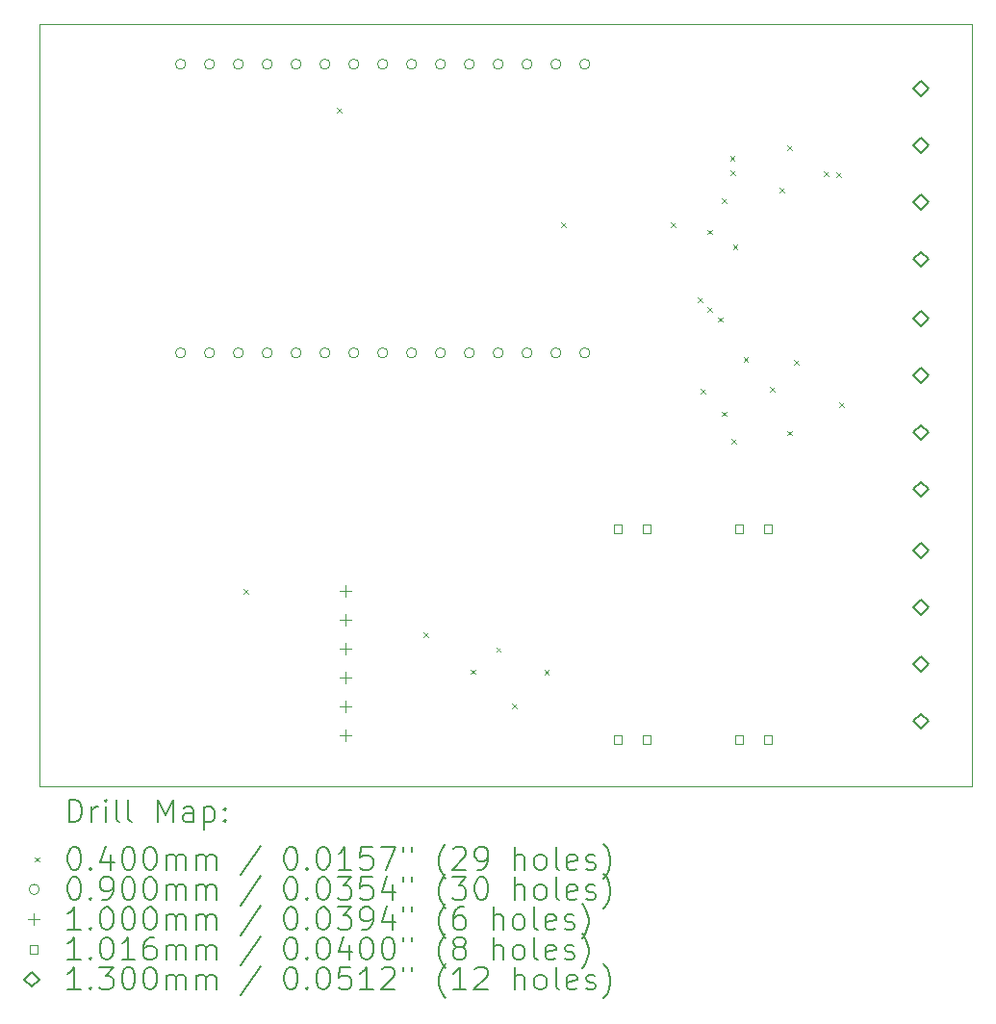
<source format=gbr>
%TF.GenerationSoftware,KiCad,Pcbnew,8.0.2*%
%TF.CreationDate,2024-07-01T07:59:30+02:00*%
%TF.ProjectId,energiRegistrationForHA,656e6572-6769-4526-9567-697374726174,0*%
%TF.SameCoordinates,Original*%
%TF.FileFunction,Drillmap*%
%TF.FilePolarity,Positive*%
%FSLAX45Y45*%
G04 Gerber Fmt 4.5, Leading zero omitted, Abs format (unit mm)*
G04 Created by KiCad (PCBNEW 8.0.2) date 2024-07-01 07:59:30*
%MOMM*%
%LPD*%
G01*
G04 APERTURE LIST*
%ADD10C,0.100000*%
%ADD11C,0.200000*%
%ADD12C,0.101600*%
%ADD13C,0.130000*%
G04 APERTURE END LIST*
D10*
X2000000Y-2000000D02*
X10200000Y-2000000D01*
X10200000Y-8700000D01*
X2000000Y-8700000D01*
X2000000Y-2000000D01*
D11*
D10*
X3790000Y-6965000D02*
X3830000Y-7005000D01*
X3830000Y-6965000D02*
X3790000Y-7005000D01*
X4615500Y-2734970D02*
X4655500Y-2774970D01*
X4655500Y-2734970D02*
X4615500Y-2774970D01*
X5374160Y-7350830D02*
X5414160Y-7390830D01*
X5414160Y-7350830D02*
X5374160Y-7390830D01*
X5788170Y-7673870D02*
X5828170Y-7713870D01*
X5828170Y-7673870D02*
X5788170Y-7713870D01*
X6016330Y-7480930D02*
X6056330Y-7520930D01*
X6056330Y-7480930D02*
X6016330Y-7520930D01*
X6156370Y-7977140D02*
X6196370Y-8017140D01*
X6196370Y-7977140D02*
X6156370Y-8017140D01*
X6438840Y-7680000D02*
X6478840Y-7720000D01*
X6478840Y-7680000D02*
X6438840Y-7720000D01*
X6584000Y-3739200D02*
X6624000Y-3779200D01*
X6624000Y-3739200D02*
X6584000Y-3779200D01*
X7549200Y-3739200D02*
X7589200Y-3779200D01*
X7589200Y-3739200D02*
X7549200Y-3779200D01*
X7787970Y-4402560D02*
X7827970Y-4442560D01*
X7827970Y-4402560D02*
X7787970Y-4442560D01*
X7811620Y-5207620D02*
X7851620Y-5247620D01*
X7851620Y-5207620D02*
X7811620Y-5247620D01*
X7876730Y-3805680D02*
X7916730Y-3845680D01*
X7916730Y-3805680D02*
X7876730Y-3845680D01*
X7876730Y-4487650D02*
X7916730Y-4527650D01*
X7916730Y-4487650D02*
X7876730Y-4527650D01*
X7964740Y-4575310D02*
X8004740Y-4615310D01*
X8004740Y-4575310D02*
X7964740Y-4615310D01*
X8000040Y-3527160D02*
X8040040Y-3567160D01*
X8040040Y-3527160D02*
X8000040Y-3567160D01*
X8001100Y-5405920D02*
X8041100Y-5445920D01*
X8041100Y-5405920D02*
X8001100Y-5445920D01*
X8072320Y-3155000D02*
X8112320Y-3195000D01*
X8112320Y-3155000D02*
X8072320Y-3195000D01*
X8076740Y-3282000D02*
X8116740Y-3322000D01*
X8116740Y-3282000D02*
X8076740Y-3322000D01*
X8084160Y-5646500D02*
X8124160Y-5686500D01*
X8124160Y-5646500D02*
X8084160Y-5686500D01*
X8097640Y-3933950D02*
X8137640Y-3973950D01*
X8137640Y-3933950D02*
X8097640Y-3973950D01*
X8191440Y-4927230D02*
X8231440Y-4967230D01*
X8231440Y-4927230D02*
X8191440Y-4967230D01*
X8422340Y-5188210D02*
X8462340Y-5228210D01*
X8462340Y-5188210D02*
X8422340Y-5228210D01*
X8511890Y-3438630D02*
X8551890Y-3478630D01*
X8551890Y-3438630D02*
X8511890Y-3478630D01*
X8573670Y-3063710D02*
X8613670Y-3103710D01*
X8613670Y-3063710D02*
X8573670Y-3103710D01*
X8578400Y-5574770D02*
X8618400Y-5614770D01*
X8618400Y-5574770D02*
X8578400Y-5614770D01*
X8635720Y-4954890D02*
X8675720Y-4994890D01*
X8675720Y-4954890D02*
X8635720Y-4994890D01*
X8900960Y-3290780D02*
X8940960Y-3330780D01*
X8940960Y-3290780D02*
X8900960Y-3330780D01*
X9007850Y-3303800D02*
X9047850Y-3343800D01*
X9047850Y-3303800D02*
X9007850Y-3343800D01*
X9036270Y-5328020D02*
X9076270Y-5368020D01*
X9076270Y-5328020D02*
X9036270Y-5368020D01*
X3283500Y-2349500D02*
G75*
G02*
X3193500Y-2349500I-45000J0D01*
G01*
X3193500Y-2349500D02*
G75*
G02*
X3283500Y-2349500I45000J0D01*
G01*
X3283500Y-4889500D02*
G75*
G02*
X3193500Y-4889500I-45000J0D01*
G01*
X3193500Y-4889500D02*
G75*
G02*
X3283500Y-4889500I45000J0D01*
G01*
X3537500Y-2349500D02*
G75*
G02*
X3447500Y-2349500I-45000J0D01*
G01*
X3447500Y-2349500D02*
G75*
G02*
X3537500Y-2349500I45000J0D01*
G01*
X3537500Y-4889500D02*
G75*
G02*
X3447500Y-4889500I-45000J0D01*
G01*
X3447500Y-4889500D02*
G75*
G02*
X3537500Y-4889500I45000J0D01*
G01*
X3791500Y-2349500D02*
G75*
G02*
X3701500Y-2349500I-45000J0D01*
G01*
X3701500Y-2349500D02*
G75*
G02*
X3791500Y-2349500I45000J0D01*
G01*
X3791500Y-4889500D02*
G75*
G02*
X3701500Y-4889500I-45000J0D01*
G01*
X3701500Y-4889500D02*
G75*
G02*
X3791500Y-4889500I45000J0D01*
G01*
X4045500Y-2349500D02*
G75*
G02*
X3955500Y-2349500I-45000J0D01*
G01*
X3955500Y-2349500D02*
G75*
G02*
X4045500Y-2349500I45000J0D01*
G01*
X4045500Y-4889500D02*
G75*
G02*
X3955500Y-4889500I-45000J0D01*
G01*
X3955500Y-4889500D02*
G75*
G02*
X4045500Y-4889500I45000J0D01*
G01*
X4299500Y-2349500D02*
G75*
G02*
X4209500Y-2349500I-45000J0D01*
G01*
X4209500Y-2349500D02*
G75*
G02*
X4299500Y-2349500I45000J0D01*
G01*
X4299500Y-4889500D02*
G75*
G02*
X4209500Y-4889500I-45000J0D01*
G01*
X4209500Y-4889500D02*
G75*
G02*
X4299500Y-4889500I45000J0D01*
G01*
X4553500Y-2349500D02*
G75*
G02*
X4463500Y-2349500I-45000J0D01*
G01*
X4463500Y-2349500D02*
G75*
G02*
X4553500Y-2349500I45000J0D01*
G01*
X4553500Y-4889500D02*
G75*
G02*
X4463500Y-4889500I-45000J0D01*
G01*
X4463500Y-4889500D02*
G75*
G02*
X4553500Y-4889500I45000J0D01*
G01*
X4807500Y-2349500D02*
G75*
G02*
X4717500Y-2349500I-45000J0D01*
G01*
X4717500Y-2349500D02*
G75*
G02*
X4807500Y-2349500I45000J0D01*
G01*
X4807500Y-4889500D02*
G75*
G02*
X4717500Y-4889500I-45000J0D01*
G01*
X4717500Y-4889500D02*
G75*
G02*
X4807500Y-4889500I45000J0D01*
G01*
X5061500Y-2349500D02*
G75*
G02*
X4971500Y-2349500I-45000J0D01*
G01*
X4971500Y-2349500D02*
G75*
G02*
X5061500Y-2349500I45000J0D01*
G01*
X5061500Y-4889500D02*
G75*
G02*
X4971500Y-4889500I-45000J0D01*
G01*
X4971500Y-4889500D02*
G75*
G02*
X5061500Y-4889500I45000J0D01*
G01*
X5315500Y-2349500D02*
G75*
G02*
X5225500Y-2349500I-45000J0D01*
G01*
X5225500Y-2349500D02*
G75*
G02*
X5315500Y-2349500I45000J0D01*
G01*
X5315500Y-4889500D02*
G75*
G02*
X5225500Y-4889500I-45000J0D01*
G01*
X5225500Y-4889500D02*
G75*
G02*
X5315500Y-4889500I45000J0D01*
G01*
X5569500Y-2349500D02*
G75*
G02*
X5479500Y-2349500I-45000J0D01*
G01*
X5479500Y-2349500D02*
G75*
G02*
X5569500Y-2349500I45000J0D01*
G01*
X5569500Y-4889500D02*
G75*
G02*
X5479500Y-4889500I-45000J0D01*
G01*
X5479500Y-4889500D02*
G75*
G02*
X5569500Y-4889500I45000J0D01*
G01*
X5823500Y-2349500D02*
G75*
G02*
X5733500Y-2349500I-45000J0D01*
G01*
X5733500Y-2349500D02*
G75*
G02*
X5823500Y-2349500I45000J0D01*
G01*
X5823500Y-4889500D02*
G75*
G02*
X5733500Y-4889500I-45000J0D01*
G01*
X5733500Y-4889500D02*
G75*
G02*
X5823500Y-4889500I45000J0D01*
G01*
X6077500Y-2349500D02*
G75*
G02*
X5987500Y-2349500I-45000J0D01*
G01*
X5987500Y-2349500D02*
G75*
G02*
X6077500Y-2349500I45000J0D01*
G01*
X6077500Y-4889500D02*
G75*
G02*
X5987500Y-4889500I-45000J0D01*
G01*
X5987500Y-4889500D02*
G75*
G02*
X6077500Y-4889500I45000J0D01*
G01*
X6331500Y-2349500D02*
G75*
G02*
X6241500Y-2349500I-45000J0D01*
G01*
X6241500Y-2349500D02*
G75*
G02*
X6331500Y-2349500I45000J0D01*
G01*
X6331500Y-4889500D02*
G75*
G02*
X6241500Y-4889500I-45000J0D01*
G01*
X6241500Y-4889500D02*
G75*
G02*
X6331500Y-4889500I45000J0D01*
G01*
X6585500Y-2349500D02*
G75*
G02*
X6495500Y-2349500I-45000J0D01*
G01*
X6495500Y-2349500D02*
G75*
G02*
X6585500Y-2349500I45000J0D01*
G01*
X6585500Y-4889500D02*
G75*
G02*
X6495500Y-4889500I-45000J0D01*
G01*
X6495500Y-4889500D02*
G75*
G02*
X6585500Y-4889500I45000J0D01*
G01*
X6839500Y-2349500D02*
G75*
G02*
X6749500Y-2349500I-45000J0D01*
G01*
X6749500Y-2349500D02*
G75*
G02*
X6839500Y-2349500I45000J0D01*
G01*
X6839500Y-4889500D02*
G75*
G02*
X6749500Y-4889500I-45000J0D01*
G01*
X6749500Y-4889500D02*
G75*
G02*
X6839500Y-4889500I45000J0D01*
G01*
X4687550Y-6935000D02*
X4687550Y-7035000D01*
X4637550Y-6985000D02*
X4737550Y-6985000D01*
X4687550Y-7189000D02*
X4687550Y-7289000D01*
X4637550Y-7239000D02*
X4737550Y-7239000D01*
X4687550Y-7443000D02*
X4687550Y-7543000D01*
X4637550Y-7493000D02*
X4737550Y-7493000D01*
X4687550Y-7697000D02*
X4687550Y-7797000D01*
X4637550Y-7747000D02*
X4737550Y-7747000D01*
X4687550Y-7951000D02*
X4687550Y-8051000D01*
X4637550Y-8001000D02*
X4737550Y-8001000D01*
X4687550Y-8205000D02*
X4687550Y-8305000D01*
X4637550Y-8255000D02*
X4737550Y-8255000D01*
D12*
X7122521Y-6474821D02*
X7122521Y-6402979D01*
X7050679Y-6402979D01*
X7050679Y-6474821D01*
X7122521Y-6474821D01*
X7122521Y-8329021D02*
X7122521Y-8257179D01*
X7050679Y-8257179D01*
X7050679Y-8329021D01*
X7122521Y-8329021D01*
X7376521Y-6474821D02*
X7376521Y-6402979D01*
X7304679Y-6402979D01*
X7304679Y-6474821D01*
X7376521Y-6474821D01*
X7376521Y-8329021D02*
X7376521Y-8257179D01*
X7304679Y-8257179D01*
X7304679Y-8329021D01*
X7376521Y-8329021D01*
X8189321Y-6474821D02*
X8189321Y-6402979D01*
X8117479Y-6402979D01*
X8117479Y-6474821D01*
X8189321Y-6474821D01*
X8189321Y-8329021D02*
X8189321Y-8257179D01*
X8117479Y-8257179D01*
X8117479Y-8329021D01*
X8189321Y-8329021D01*
X8443321Y-6474821D02*
X8443321Y-6402979D01*
X8371479Y-6402979D01*
X8371479Y-6474821D01*
X8443321Y-6474821D01*
X8443321Y-8329021D02*
X8443321Y-8257179D01*
X8371479Y-8257179D01*
X8371479Y-8329021D01*
X8443321Y-8329021D01*
D13*
X9753600Y-2629000D02*
X9818600Y-2564000D01*
X9753600Y-2499000D01*
X9688600Y-2564000D01*
X9753600Y-2629000D01*
X9753600Y-3129000D02*
X9818600Y-3064000D01*
X9753600Y-2999000D01*
X9688600Y-3064000D01*
X9753600Y-3129000D01*
X9753600Y-3629000D02*
X9818600Y-3564000D01*
X9753600Y-3499000D01*
X9688600Y-3564000D01*
X9753600Y-3629000D01*
X9753600Y-4129000D02*
X9818600Y-4064000D01*
X9753600Y-3999000D01*
X9688600Y-4064000D01*
X9753600Y-4129000D01*
X9753600Y-4653000D02*
X9818600Y-4588000D01*
X9753600Y-4523000D01*
X9688600Y-4588000D01*
X9753600Y-4653000D01*
X9753600Y-5153000D02*
X9818600Y-5088000D01*
X9753600Y-5023000D01*
X9688600Y-5088000D01*
X9753600Y-5153000D01*
X9753600Y-5653000D02*
X9818600Y-5588000D01*
X9753600Y-5523000D01*
X9688600Y-5588000D01*
X9753600Y-5653000D01*
X9753600Y-6153000D02*
X9818600Y-6088000D01*
X9753600Y-6023000D01*
X9688600Y-6088000D01*
X9753600Y-6153000D01*
X9753600Y-6693000D02*
X9818600Y-6628000D01*
X9753600Y-6563000D01*
X9688600Y-6628000D01*
X9753600Y-6693000D01*
X9753600Y-7193000D02*
X9818600Y-7128000D01*
X9753600Y-7063000D01*
X9688600Y-7128000D01*
X9753600Y-7193000D01*
X9753600Y-7693000D02*
X9818600Y-7628000D01*
X9753600Y-7563000D01*
X9688600Y-7628000D01*
X9753600Y-7693000D01*
X9753600Y-8193000D02*
X9818600Y-8128000D01*
X9753600Y-8063000D01*
X9688600Y-8128000D01*
X9753600Y-8193000D01*
D11*
X2255777Y-9016484D02*
X2255777Y-8816484D01*
X2255777Y-8816484D02*
X2303396Y-8816484D01*
X2303396Y-8816484D02*
X2331967Y-8826008D01*
X2331967Y-8826008D02*
X2351015Y-8845055D01*
X2351015Y-8845055D02*
X2360539Y-8864103D01*
X2360539Y-8864103D02*
X2370063Y-8902198D01*
X2370063Y-8902198D02*
X2370063Y-8930770D01*
X2370063Y-8930770D02*
X2360539Y-8968865D01*
X2360539Y-8968865D02*
X2351015Y-8987912D01*
X2351015Y-8987912D02*
X2331967Y-9006960D01*
X2331967Y-9006960D02*
X2303396Y-9016484D01*
X2303396Y-9016484D02*
X2255777Y-9016484D01*
X2455777Y-9016484D02*
X2455777Y-8883150D01*
X2455777Y-8921246D02*
X2465301Y-8902198D01*
X2465301Y-8902198D02*
X2474824Y-8892674D01*
X2474824Y-8892674D02*
X2493872Y-8883150D01*
X2493872Y-8883150D02*
X2512920Y-8883150D01*
X2579586Y-9016484D02*
X2579586Y-8883150D01*
X2579586Y-8816484D02*
X2570063Y-8826008D01*
X2570063Y-8826008D02*
X2579586Y-8835531D01*
X2579586Y-8835531D02*
X2589110Y-8826008D01*
X2589110Y-8826008D02*
X2579586Y-8816484D01*
X2579586Y-8816484D02*
X2579586Y-8835531D01*
X2703396Y-9016484D02*
X2684348Y-9006960D01*
X2684348Y-9006960D02*
X2674824Y-8987912D01*
X2674824Y-8987912D02*
X2674824Y-8816484D01*
X2808158Y-9016484D02*
X2789110Y-9006960D01*
X2789110Y-9006960D02*
X2779586Y-8987912D01*
X2779586Y-8987912D02*
X2779586Y-8816484D01*
X3036729Y-9016484D02*
X3036729Y-8816484D01*
X3036729Y-8816484D02*
X3103396Y-8959341D01*
X3103396Y-8959341D02*
X3170062Y-8816484D01*
X3170062Y-8816484D02*
X3170062Y-9016484D01*
X3351015Y-9016484D02*
X3351015Y-8911722D01*
X3351015Y-8911722D02*
X3341491Y-8892674D01*
X3341491Y-8892674D02*
X3322443Y-8883150D01*
X3322443Y-8883150D02*
X3284348Y-8883150D01*
X3284348Y-8883150D02*
X3265301Y-8892674D01*
X3351015Y-9006960D02*
X3331967Y-9016484D01*
X3331967Y-9016484D02*
X3284348Y-9016484D01*
X3284348Y-9016484D02*
X3265301Y-9006960D01*
X3265301Y-9006960D02*
X3255777Y-8987912D01*
X3255777Y-8987912D02*
X3255777Y-8968865D01*
X3255777Y-8968865D02*
X3265301Y-8949817D01*
X3265301Y-8949817D02*
X3284348Y-8940293D01*
X3284348Y-8940293D02*
X3331967Y-8940293D01*
X3331967Y-8940293D02*
X3351015Y-8930770D01*
X3446253Y-8883150D02*
X3446253Y-9083150D01*
X3446253Y-8892674D02*
X3465301Y-8883150D01*
X3465301Y-8883150D02*
X3503396Y-8883150D01*
X3503396Y-8883150D02*
X3522443Y-8892674D01*
X3522443Y-8892674D02*
X3531967Y-8902198D01*
X3531967Y-8902198D02*
X3541491Y-8921246D01*
X3541491Y-8921246D02*
X3541491Y-8978389D01*
X3541491Y-8978389D02*
X3531967Y-8997436D01*
X3531967Y-8997436D02*
X3522443Y-9006960D01*
X3522443Y-9006960D02*
X3503396Y-9016484D01*
X3503396Y-9016484D02*
X3465301Y-9016484D01*
X3465301Y-9016484D02*
X3446253Y-9006960D01*
X3627205Y-8997436D02*
X3636729Y-9006960D01*
X3636729Y-9006960D02*
X3627205Y-9016484D01*
X3627205Y-9016484D02*
X3617682Y-9006960D01*
X3617682Y-9006960D02*
X3627205Y-8997436D01*
X3627205Y-8997436D02*
X3627205Y-9016484D01*
X3627205Y-8892674D02*
X3636729Y-8902198D01*
X3636729Y-8902198D02*
X3627205Y-8911722D01*
X3627205Y-8911722D02*
X3617682Y-8902198D01*
X3617682Y-8902198D02*
X3627205Y-8892674D01*
X3627205Y-8892674D02*
X3627205Y-8911722D01*
D10*
X1955000Y-9325000D02*
X1995000Y-9365000D01*
X1995000Y-9325000D02*
X1955000Y-9365000D01*
D11*
X2293872Y-9236484D02*
X2312920Y-9236484D01*
X2312920Y-9236484D02*
X2331967Y-9246008D01*
X2331967Y-9246008D02*
X2341491Y-9255531D01*
X2341491Y-9255531D02*
X2351015Y-9274579D01*
X2351015Y-9274579D02*
X2360539Y-9312674D01*
X2360539Y-9312674D02*
X2360539Y-9360293D01*
X2360539Y-9360293D02*
X2351015Y-9398389D01*
X2351015Y-9398389D02*
X2341491Y-9417436D01*
X2341491Y-9417436D02*
X2331967Y-9426960D01*
X2331967Y-9426960D02*
X2312920Y-9436484D01*
X2312920Y-9436484D02*
X2293872Y-9436484D01*
X2293872Y-9436484D02*
X2274824Y-9426960D01*
X2274824Y-9426960D02*
X2265301Y-9417436D01*
X2265301Y-9417436D02*
X2255777Y-9398389D01*
X2255777Y-9398389D02*
X2246253Y-9360293D01*
X2246253Y-9360293D02*
X2246253Y-9312674D01*
X2246253Y-9312674D02*
X2255777Y-9274579D01*
X2255777Y-9274579D02*
X2265301Y-9255531D01*
X2265301Y-9255531D02*
X2274824Y-9246008D01*
X2274824Y-9246008D02*
X2293872Y-9236484D01*
X2446253Y-9417436D02*
X2455777Y-9426960D01*
X2455777Y-9426960D02*
X2446253Y-9436484D01*
X2446253Y-9436484D02*
X2436729Y-9426960D01*
X2436729Y-9426960D02*
X2446253Y-9417436D01*
X2446253Y-9417436D02*
X2446253Y-9436484D01*
X2627205Y-9303150D02*
X2627205Y-9436484D01*
X2579586Y-9226960D02*
X2531967Y-9369817D01*
X2531967Y-9369817D02*
X2655777Y-9369817D01*
X2770063Y-9236484D02*
X2789110Y-9236484D01*
X2789110Y-9236484D02*
X2808158Y-9246008D01*
X2808158Y-9246008D02*
X2817682Y-9255531D01*
X2817682Y-9255531D02*
X2827205Y-9274579D01*
X2827205Y-9274579D02*
X2836729Y-9312674D01*
X2836729Y-9312674D02*
X2836729Y-9360293D01*
X2836729Y-9360293D02*
X2827205Y-9398389D01*
X2827205Y-9398389D02*
X2817682Y-9417436D01*
X2817682Y-9417436D02*
X2808158Y-9426960D01*
X2808158Y-9426960D02*
X2789110Y-9436484D01*
X2789110Y-9436484D02*
X2770063Y-9436484D01*
X2770063Y-9436484D02*
X2751015Y-9426960D01*
X2751015Y-9426960D02*
X2741491Y-9417436D01*
X2741491Y-9417436D02*
X2731967Y-9398389D01*
X2731967Y-9398389D02*
X2722444Y-9360293D01*
X2722444Y-9360293D02*
X2722444Y-9312674D01*
X2722444Y-9312674D02*
X2731967Y-9274579D01*
X2731967Y-9274579D02*
X2741491Y-9255531D01*
X2741491Y-9255531D02*
X2751015Y-9246008D01*
X2751015Y-9246008D02*
X2770063Y-9236484D01*
X2960539Y-9236484D02*
X2979586Y-9236484D01*
X2979586Y-9236484D02*
X2998634Y-9246008D01*
X2998634Y-9246008D02*
X3008158Y-9255531D01*
X3008158Y-9255531D02*
X3017682Y-9274579D01*
X3017682Y-9274579D02*
X3027205Y-9312674D01*
X3027205Y-9312674D02*
X3027205Y-9360293D01*
X3027205Y-9360293D02*
X3017682Y-9398389D01*
X3017682Y-9398389D02*
X3008158Y-9417436D01*
X3008158Y-9417436D02*
X2998634Y-9426960D01*
X2998634Y-9426960D02*
X2979586Y-9436484D01*
X2979586Y-9436484D02*
X2960539Y-9436484D01*
X2960539Y-9436484D02*
X2941491Y-9426960D01*
X2941491Y-9426960D02*
X2931967Y-9417436D01*
X2931967Y-9417436D02*
X2922443Y-9398389D01*
X2922443Y-9398389D02*
X2912920Y-9360293D01*
X2912920Y-9360293D02*
X2912920Y-9312674D01*
X2912920Y-9312674D02*
X2922443Y-9274579D01*
X2922443Y-9274579D02*
X2931967Y-9255531D01*
X2931967Y-9255531D02*
X2941491Y-9246008D01*
X2941491Y-9246008D02*
X2960539Y-9236484D01*
X3112920Y-9436484D02*
X3112920Y-9303150D01*
X3112920Y-9322198D02*
X3122443Y-9312674D01*
X3122443Y-9312674D02*
X3141491Y-9303150D01*
X3141491Y-9303150D02*
X3170063Y-9303150D01*
X3170063Y-9303150D02*
X3189110Y-9312674D01*
X3189110Y-9312674D02*
X3198634Y-9331722D01*
X3198634Y-9331722D02*
X3198634Y-9436484D01*
X3198634Y-9331722D02*
X3208158Y-9312674D01*
X3208158Y-9312674D02*
X3227205Y-9303150D01*
X3227205Y-9303150D02*
X3255777Y-9303150D01*
X3255777Y-9303150D02*
X3274824Y-9312674D01*
X3274824Y-9312674D02*
X3284348Y-9331722D01*
X3284348Y-9331722D02*
X3284348Y-9436484D01*
X3379586Y-9436484D02*
X3379586Y-9303150D01*
X3379586Y-9322198D02*
X3389110Y-9312674D01*
X3389110Y-9312674D02*
X3408158Y-9303150D01*
X3408158Y-9303150D02*
X3436729Y-9303150D01*
X3436729Y-9303150D02*
X3455777Y-9312674D01*
X3455777Y-9312674D02*
X3465301Y-9331722D01*
X3465301Y-9331722D02*
X3465301Y-9436484D01*
X3465301Y-9331722D02*
X3474824Y-9312674D01*
X3474824Y-9312674D02*
X3493872Y-9303150D01*
X3493872Y-9303150D02*
X3522443Y-9303150D01*
X3522443Y-9303150D02*
X3541491Y-9312674D01*
X3541491Y-9312674D02*
X3551015Y-9331722D01*
X3551015Y-9331722D02*
X3551015Y-9436484D01*
X3941491Y-9226960D02*
X3770063Y-9484103D01*
X4198634Y-9236484D02*
X4217682Y-9236484D01*
X4217682Y-9236484D02*
X4236729Y-9246008D01*
X4236729Y-9246008D02*
X4246253Y-9255531D01*
X4246253Y-9255531D02*
X4255777Y-9274579D01*
X4255777Y-9274579D02*
X4265301Y-9312674D01*
X4265301Y-9312674D02*
X4265301Y-9360293D01*
X4265301Y-9360293D02*
X4255777Y-9398389D01*
X4255777Y-9398389D02*
X4246253Y-9417436D01*
X4246253Y-9417436D02*
X4236729Y-9426960D01*
X4236729Y-9426960D02*
X4217682Y-9436484D01*
X4217682Y-9436484D02*
X4198634Y-9436484D01*
X4198634Y-9436484D02*
X4179586Y-9426960D01*
X4179586Y-9426960D02*
X4170063Y-9417436D01*
X4170063Y-9417436D02*
X4160539Y-9398389D01*
X4160539Y-9398389D02*
X4151015Y-9360293D01*
X4151015Y-9360293D02*
X4151015Y-9312674D01*
X4151015Y-9312674D02*
X4160539Y-9274579D01*
X4160539Y-9274579D02*
X4170063Y-9255531D01*
X4170063Y-9255531D02*
X4179586Y-9246008D01*
X4179586Y-9246008D02*
X4198634Y-9236484D01*
X4351015Y-9417436D02*
X4360539Y-9426960D01*
X4360539Y-9426960D02*
X4351015Y-9436484D01*
X4351015Y-9436484D02*
X4341491Y-9426960D01*
X4341491Y-9426960D02*
X4351015Y-9417436D01*
X4351015Y-9417436D02*
X4351015Y-9436484D01*
X4484348Y-9236484D02*
X4503396Y-9236484D01*
X4503396Y-9236484D02*
X4522444Y-9246008D01*
X4522444Y-9246008D02*
X4531968Y-9255531D01*
X4531968Y-9255531D02*
X4541491Y-9274579D01*
X4541491Y-9274579D02*
X4551015Y-9312674D01*
X4551015Y-9312674D02*
X4551015Y-9360293D01*
X4551015Y-9360293D02*
X4541491Y-9398389D01*
X4541491Y-9398389D02*
X4531968Y-9417436D01*
X4531968Y-9417436D02*
X4522444Y-9426960D01*
X4522444Y-9426960D02*
X4503396Y-9436484D01*
X4503396Y-9436484D02*
X4484348Y-9436484D01*
X4484348Y-9436484D02*
X4465301Y-9426960D01*
X4465301Y-9426960D02*
X4455777Y-9417436D01*
X4455777Y-9417436D02*
X4446253Y-9398389D01*
X4446253Y-9398389D02*
X4436729Y-9360293D01*
X4436729Y-9360293D02*
X4436729Y-9312674D01*
X4436729Y-9312674D02*
X4446253Y-9274579D01*
X4446253Y-9274579D02*
X4455777Y-9255531D01*
X4455777Y-9255531D02*
X4465301Y-9246008D01*
X4465301Y-9246008D02*
X4484348Y-9236484D01*
X4741491Y-9436484D02*
X4627206Y-9436484D01*
X4684348Y-9436484D02*
X4684348Y-9236484D01*
X4684348Y-9236484D02*
X4665301Y-9265055D01*
X4665301Y-9265055D02*
X4646253Y-9284103D01*
X4646253Y-9284103D02*
X4627206Y-9293627D01*
X4922444Y-9236484D02*
X4827206Y-9236484D01*
X4827206Y-9236484D02*
X4817682Y-9331722D01*
X4817682Y-9331722D02*
X4827206Y-9322198D01*
X4827206Y-9322198D02*
X4846253Y-9312674D01*
X4846253Y-9312674D02*
X4893872Y-9312674D01*
X4893872Y-9312674D02*
X4912920Y-9322198D01*
X4912920Y-9322198D02*
X4922444Y-9331722D01*
X4922444Y-9331722D02*
X4931968Y-9350770D01*
X4931968Y-9350770D02*
X4931968Y-9398389D01*
X4931968Y-9398389D02*
X4922444Y-9417436D01*
X4922444Y-9417436D02*
X4912920Y-9426960D01*
X4912920Y-9426960D02*
X4893872Y-9436484D01*
X4893872Y-9436484D02*
X4846253Y-9436484D01*
X4846253Y-9436484D02*
X4827206Y-9426960D01*
X4827206Y-9426960D02*
X4817682Y-9417436D01*
X4998634Y-9236484D02*
X5131968Y-9236484D01*
X5131968Y-9236484D02*
X5046253Y-9436484D01*
X5198634Y-9236484D02*
X5198634Y-9274579D01*
X5274825Y-9236484D02*
X5274825Y-9274579D01*
X5570063Y-9512674D02*
X5560539Y-9503150D01*
X5560539Y-9503150D02*
X5541491Y-9474579D01*
X5541491Y-9474579D02*
X5531968Y-9455531D01*
X5531968Y-9455531D02*
X5522444Y-9426960D01*
X5522444Y-9426960D02*
X5512920Y-9379341D01*
X5512920Y-9379341D02*
X5512920Y-9341246D01*
X5512920Y-9341246D02*
X5522444Y-9293627D01*
X5522444Y-9293627D02*
X5531968Y-9265055D01*
X5531968Y-9265055D02*
X5541491Y-9246008D01*
X5541491Y-9246008D02*
X5560539Y-9217436D01*
X5560539Y-9217436D02*
X5570063Y-9207912D01*
X5636729Y-9255531D02*
X5646253Y-9246008D01*
X5646253Y-9246008D02*
X5665301Y-9236484D01*
X5665301Y-9236484D02*
X5712920Y-9236484D01*
X5712920Y-9236484D02*
X5731968Y-9246008D01*
X5731968Y-9246008D02*
X5741491Y-9255531D01*
X5741491Y-9255531D02*
X5751015Y-9274579D01*
X5751015Y-9274579D02*
X5751015Y-9293627D01*
X5751015Y-9293627D02*
X5741491Y-9322198D01*
X5741491Y-9322198D02*
X5627206Y-9436484D01*
X5627206Y-9436484D02*
X5751015Y-9436484D01*
X5846253Y-9436484D02*
X5884348Y-9436484D01*
X5884348Y-9436484D02*
X5903396Y-9426960D01*
X5903396Y-9426960D02*
X5912920Y-9417436D01*
X5912920Y-9417436D02*
X5931968Y-9388865D01*
X5931968Y-9388865D02*
X5941491Y-9350770D01*
X5941491Y-9350770D02*
X5941491Y-9274579D01*
X5941491Y-9274579D02*
X5931968Y-9255531D01*
X5931968Y-9255531D02*
X5922444Y-9246008D01*
X5922444Y-9246008D02*
X5903396Y-9236484D01*
X5903396Y-9236484D02*
X5865301Y-9236484D01*
X5865301Y-9236484D02*
X5846253Y-9246008D01*
X5846253Y-9246008D02*
X5836729Y-9255531D01*
X5836729Y-9255531D02*
X5827206Y-9274579D01*
X5827206Y-9274579D02*
X5827206Y-9322198D01*
X5827206Y-9322198D02*
X5836729Y-9341246D01*
X5836729Y-9341246D02*
X5846253Y-9350770D01*
X5846253Y-9350770D02*
X5865301Y-9360293D01*
X5865301Y-9360293D02*
X5903396Y-9360293D01*
X5903396Y-9360293D02*
X5922444Y-9350770D01*
X5922444Y-9350770D02*
X5931968Y-9341246D01*
X5931968Y-9341246D02*
X5941491Y-9322198D01*
X6179587Y-9436484D02*
X6179587Y-9236484D01*
X6265301Y-9436484D02*
X6265301Y-9331722D01*
X6265301Y-9331722D02*
X6255777Y-9312674D01*
X6255777Y-9312674D02*
X6236730Y-9303150D01*
X6236730Y-9303150D02*
X6208158Y-9303150D01*
X6208158Y-9303150D02*
X6189110Y-9312674D01*
X6189110Y-9312674D02*
X6179587Y-9322198D01*
X6389110Y-9436484D02*
X6370063Y-9426960D01*
X6370063Y-9426960D02*
X6360539Y-9417436D01*
X6360539Y-9417436D02*
X6351015Y-9398389D01*
X6351015Y-9398389D02*
X6351015Y-9341246D01*
X6351015Y-9341246D02*
X6360539Y-9322198D01*
X6360539Y-9322198D02*
X6370063Y-9312674D01*
X6370063Y-9312674D02*
X6389110Y-9303150D01*
X6389110Y-9303150D02*
X6417682Y-9303150D01*
X6417682Y-9303150D02*
X6436730Y-9312674D01*
X6436730Y-9312674D02*
X6446253Y-9322198D01*
X6446253Y-9322198D02*
X6455777Y-9341246D01*
X6455777Y-9341246D02*
X6455777Y-9398389D01*
X6455777Y-9398389D02*
X6446253Y-9417436D01*
X6446253Y-9417436D02*
X6436730Y-9426960D01*
X6436730Y-9426960D02*
X6417682Y-9436484D01*
X6417682Y-9436484D02*
X6389110Y-9436484D01*
X6570063Y-9436484D02*
X6551015Y-9426960D01*
X6551015Y-9426960D02*
X6541491Y-9407912D01*
X6541491Y-9407912D02*
X6541491Y-9236484D01*
X6722444Y-9426960D02*
X6703396Y-9436484D01*
X6703396Y-9436484D02*
X6665301Y-9436484D01*
X6665301Y-9436484D02*
X6646253Y-9426960D01*
X6646253Y-9426960D02*
X6636730Y-9407912D01*
X6636730Y-9407912D02*
X6636730Y-9331722D01*
X6636730Y-9331722D02*
X6646253Y-9312674D01*
X6646253Y-9312674D02*
X6665301Y-9303150D01*
X6665301Y-9303150D02*
X6703396Y-9303150D01*
X6703396Y-9303150D02*
X6722444Y-9312674D01*
X6722444Y-9312674D02*
X6731968Y-9331722D01*
X6731968Y-9331722D02*
X6731968Y-9350770D01*
X6731968Y-9350770D02*
X6636730Y-9369817D01*
X6808158Y-9426960D02*
X6827206Y-9436484D01*
X6827206Y-9436484D02*
X6865301Y-9436484D01*
X6865301Y-9436484D02*
X6884349Y-9426960D01*
X6884349Y-9426960D02*
X6893872Y-9407912D01*
X6893872Y-9407912D02*
X6893872Y-9398389D01*
X6893872Y-9398389D02*
X6884349Y-9379341D01*
X6884349Y-9379341D02*
X6865301Y-9369817D01*
X6865301Y-9369817D02*
X6836730Y-9369817D01*
X6836730Y-9369817D02*
X6817682Y-9360293D01*
X6817682Y-9360293D02*
X6808158Y-9341246D01*
X6808158Y-9341246D02*
X6808158Y-9331722D01*
X6808158Y-9331722D02*
X6817682Y-9312674D01*
X6817682Y-9312674D02*
X6836730Y-9303150D01*
X6836730Y-9303150D02*
X6865301Y-9303150D01*
X6865301Y-9303150D02*
X6884349Y-9312674D01*
X6960539Y-9512674D02*
X6970063Y-9503150D01*
X6970063Y-9503150D02*
X6989111Y-9474579D01*
X6989111Y-9474579D02*
X6998634Y-9455531D01*
X6998634Y-9455531D02*
X7008158Y-9426960D01*
X7008158Y-9426960D02*
X7017682Y-9379341D01*
X7017682Y-9379341D02*
X7017682Y-9341246D01*
X7017682Y-9341246D02*
X7008158Y-9293627D01*
X7008158Y-9293627D02*
X6998634Y-9265055D01*
X6998634Y-9265055D02*
X6989111Y-9246008D01*
X6989111Y-9246008D02*
X6970063Y-9217436D01*
X6970063Y-9217436D02*
X6960539Y-9207912D01*
D10*
X1995000Y-9609000D02*
G75*
G02*
X1905000Y-9609000I-45000J0D01*
G01*
X1905000Y-9609000D02*
G75*
G02*
X1995000Y-9609000I45000J0D01*
G01*
D11*
X2293872Y-9500484D02*
X2312920Y-9500484D01*
X2312920Y-9500484D02*
X2331967Y-9510008D01*
X2331967Y-9510008D02*
X2341491Y-9519531D01*
X2341491Y-9519531D02*
X2351015Y-9538579D01*
X2351015Y-9538579D02*
X2360539Y-9576674D01*
X2360539Y-9576674D02*
X2360539Y-9624293D01*
X2360539Y-9624293D02*
X2351015Y-9662389D01*
X2351015Y-9662389D02*
X2341491Y-9681436D01*
X2341491Y-9681436D02*
X2331967Y-9690960D01*
X2331967Y-9690960D02*
X2312920Y-9700484D01*
X2312920Y-9700484D02*
X2293872Y-9700484D01*
X2293872Y-9700484D02*
X2274824Y-9690960D01*
X2274824Y-9690960D02*
X2265301Y-9681436D01*
X2265301Y-9681436D02*
X2255777Y-9662389D01*
X2255777Y-9662389D02*
X2246253Y-9624293D01*
X2246253Y-9624293D02*
X2246253Y-9576674D01*
X2246253Y-9576674D02*
X2255777Y-9538579D01*
X2255777Y-9538579D02*
X2265301Y-9519531D01*
X2265301Y-9519531D02*
X2274824Y-9510008D01*
X2274824Y-9510008D02*
X2293872Y-9500484D01*
X2446253Y-9681436D02*
X2455777Y-9690960D01*
X2455777Y-9690960D02*
X2446253Y-9700484D01*
X2446253Y-9700484D02*
X2436729Y-9690960D01*
X2436729Y-9690960D02*
X2446253Y-9681436D01*
X2446253Y-9681436D02*
X2446253Y-9700484D01*
X2551015Y-9700484D02*
X2589110Y-9700484D01*
X2589110Y-9700484D02*
X2608158Y-9690960D01*
X2608158Y-9690960D02*
X2617682Y-9681436D01*
X2617682Y-9681436D02*
X2636729Y-9652865D01*
X2636729Y-9652865D02*
X2646253Y-9614770D01*
X2646253Y-9614770D02*
X2646253Y-9538579D01*
X2646253Y-9538579D02*
X2636729Y-9519531D01*
X2636729Y-9519531D02*
X2627205Y-9510008D01*
X2627205Y-9510008D02*
X2608158Y-9500484D01*
X2608158Y-9500484D02*
X2570063Y-9500484D01*
X2570063Y-9500484D02*
X2551015Y-9510008D01*
X2551015Y-9510008D02*
X2541491Y-9519531D01*
X2541491Y-9519531D02*
X2531967Y-9538579D01*
X2531967Y-9538579D02*
X2531967Y-9586198D01*
X2531967Y-9586198D02*
X2541491Y-9605246D01*
X2541491Y-9605246D02*
X2551015Y-9614770D01*
X2551015Y-9614770D02*
X2570063Y-9624293D01*
X2570063Y-9624293D02*
X2608158Y-9624293D01*
X2608158Y-9624293D02*
X2627205Y-9614770D01*
X2627205Y-9614770D02*
X2636729Y-9605246D01*
X2636729Y-9605246D02*
X2646253Y-9586198D01*
X2770063Y-9500484D02*
X2789110Y-9500484D01*
X2789110Y-9500484D02*
X2808158Y-9510008D01*
X2808158Y-9510008D02*
X2817682Y-9519531D01*
X2817682Y-9519531D02*
X2827205Y-9538579D01*
X2827205Y-9538579D02*
X2836729Y-9576674D01*
X2836729Y-9576674D02*
X2836729Y-9624293D01*
X2836729Y-9624293D02*
X2827205Y-9662389D01*
X2827205Y-9662389D02*
X2817682Y-9681436D01*
X2817682Y-9681436D02*
X2808158Y-9690960D01*
X2808158Y-9690960D02*
X2789110Y-9700484D01*
X2789110Y-9700484D02*
X2770063Y-9700484D01*
X2770063Y-9700484D02*
X2751015Y-9690960D01*
X2751015Y-9690960D02*
X2741491Y-9681436D01*
X2741491Y-9681436D02*
X2731967Y-9662389D01*
X2731967Y-9662389D02*
X2722444Y-9624293D01*
X2722444Y-9624293D02*
X2722444Y-9576674D01*
X2722444Y-9576674D02*
X2731967Y-9538579D01*
X2731967Y-9538579D02*
X2741491Y-9519531D01*
X2741491Y-9519531D02*
X2751015Y-9510008D01*
X2751015Y-9510008D02*
X2770063Y-9500484D01*
X2960539Y-9500484D02*
X2979586Y-9500484D01*
X2979586Y-9500484D02*
X2998634Y-9510008D01*
X2998634Y-9510008D02*
X3008158Y-9519531D01*
X3008158Y-9519531D02*
X3017682Y-9538579D01*
X3017682Y-9538579D02*
X3027205Y-9576674D01*
X3027205Y-9576674D02*
X3027205Y-9624293D01*
X3027205Y-9624293D02*
X3017682Y-9662389D01*
X3017682Y-9662389D02*
X3008158Y-9681436D01*
X3008158Y-9681436D02*
X2998634Y-9690960D01*
X2998634Y-9690960D02*
X2979586Y-9700484D01*
X2979586Y-9700484D02*
X2960539Y-9700484D01*
X2960539Y-9700484D02*
X2941491Y-9690960D01*
X2941491Y-9690960D02*
X2931967Y-9681436D01*
X2931967Y-9681436D02*
X2922443Y-9662389D01*
X2922443Y-9662389D02*
X2912920Y-9624293D01*
X2912920Y-9624293D02*
X2912920Y-9576674D01*
X2912920Y-9576674D02*
X2922443Y-9538579D01*
X2922443Y-9538579D02*
X2931967Y-9519531D01*
X2931967Y-9519531D02*
X2941491Y-9510008D01*
X2941491Y-9510008D02*
X2960539Y-9500484D01*
X3112920Y-9700484D02*
X3112920Y-9567150D01*
X3112920Y-9586198D02*
X3122443Y-9576674D01*
X3122443Y-9576674D02*
X3141491Y-9567150D01*
X3141491Y-9567150D02*
X3170063Y-9567150D01*
X3170063Y-9567150D02*
X3189110Y-9576674D01*
X3189110Y-9576674D02*
X3198634Y-9595722D01*
X3198634Y-9595722D02*
X3198634Y-9700484D01*
X3198634Y-9595722D02*
X3208158Y-9576674D01*
X3208158Y-9576674D02*
X3227205Y-9567150D01*
X3227205Y-9567150D02*
X3255777Y-9567150D01*
X3255777Y-9567150D02*
X3274824Y-9576674D01*
X3274824Y-9576674D02*
X3284348Y-9595722D01*
X3284348Y-9595722D02*
X3284348Y-9700484D01*
X3379586Y-9700484D02*
X3379586Y-9567150D01*
X3379586Y-9586198D02*
X3389110Y-9576674D01*
X3389110Y-9576674D02*
X3408158Y-9567150D01*
X3408158Y-9567150D02*
X3436729Y-9567150D01*
X3436729Y-9567150D02*
X3455777Y-9576674D01*
X3455777Y-9576674D02*
X3465301Y-9595722D01*
X3465301Y-9595722D02*
X3465301Y-9700484D01*
X3465301Y-9595722D02*
X3474824Y-9576674D01*
X3474824Y-9576674D02*
X3493872Y-9567150D01*
X3493872Y-9567150D02*
X3522443Y-9567150D01*
X3522443Y-9567150D02*
X3541491Y-9576674D01*
X3541491Y-9576674D02*
X3551015Y-9595722D01*
X3551015Y-9595722D02*
X3551015Y-9700484D01*
X3941491Y-9490960D02*
X3770063Y-9748103D01*
X4198634Y-9500484D02*
X4217682Y-9500484D01*
X4217682Y-9500484D02*
X4236729Y-9510008D01*
X4236729Y-9510008D02*
X4246253Y-9519531D01*
X4246253Y-9519531D02*
X4255777Y-9538579D01*
X4255777Y-9538579D02*
X4265301Y-9576674D01*
X4265301Y-9576674D02*
X4265301Y-9624293D01*
X4265301Y-9624293D02*
X4255777Y-9662389D01*
X4255777Y-9662389D02*
X4246253Y-9681436D01*
X4246253Y-9681436D02*
X4236729Y-9690960D01*
X4236729Y-9690960D02*
X4217682Y-9700484D01*
X4217682Y-9700484D02*
X4198634Y-9700484D01*
X4198634Y-9700484D02*
X4179586Y-9690960D01*
X4179586Y-9690960D02*
X4170063Y-9681436D01*
X4170063Y-9681436D02*
X4160539Y-9662389D01*
X4160539Y-9662389D02*
X4151015Y-9624293D01*
X4151015Y-9624293D02*
X4151015Y-9576674D01*
X4151015Y-9576674D02*
X4160539Y-9538579D01*
X4160539Y-9538579D02*
X4170063Y-9519531D01*
X4170063Y-9519531D02*
X4179586Y-9510008D01*
X4179586Y-9510008D02*
X4198634Y-9500484D01*
X4351015Y-9681436D02*
X4360539Y-9690960D01*
X4360539Y-9690960D02*
X4351015Y-9700484D01*
X4351015Y-9700484D02*
X4341491Y-9690960D01*
X4341491Y-9690960D02*
X4351015Y-9681436D01*
X4351015Y-9681436D02*
X4351015Y-9700484D01*
X4484348Y-9500484D02*
X4503396Y-9500484D01*
X4503396Y-9500484D02*
X4522444Y-9510008D01*
X4522444Y-9510008D02*
X4531968Y-9519531D01*
X4531968Y-9519531D02*
X4541491Y-9538579D01*
X4541491Y-9538579D02*
X4551015Y-9576674D01*
X4551015Y-9576674D02*
X4551015Y-9624293D01*
X4551015Y-9624293D02*
X4541491Y-9662389D01*
X4541491Y-9662389D02*
X4531968Y-9681436D01*
X4531968Y-9681436D02*
X4522444Y-9690960D01*
X4522444Y-9690960D02*
X4503396Y-9700484D01*
X4503396Y-9700484D02*
X4484348Y-9700484D01*
X4484348Y-9700484D02*
X4465301Y-9690960D01*
X4465301Y-9690960D02*
X4455777Y-9681436D01*
X4455777Y-9681436D02*
X4446253Y-9662389D01*
X4446253Y-9662389D02*
X4436729Y-9624293D01*
X4436729Y-9624293D02*
X4436729Y-9576674D01*
X4436729Y-9576674D02*
X4446253Y-9538579D01*
X4446253Y-9538579D02*
X4455777Y-9519531D01*
X4455777Y-9519531D02*
X4465301Y-9510008D01*
X4465301Y-9510008D02*
X4484348Y-9500484D01*
X4617682Y-9500484D02*
X4741491Y-9500484D01*
X4741491Y-9500484D02*
X4674825Y-9576674D01*
X4674825Y-9576674D02*
X4703396Y-9576674D01*
X4703396Y-9576674D02*
X4722444Y-9586198D01*
X4722444Y-9586198D02*
X4731968Y-9595722D01*
X4731968Y-9595722D02*
X4741491Y-9614770D01*
X4741491Y-9614770D02*
X4741491Y-9662389D01*
X4741491Y-9662389D02*
X4731968Y-9681436D01*
X4731968Y-9681436D02*
X4722444Y-9690960D01*
X4722444Y-9690960D02*
X4703396Y-9700484D01*
X4703396Y-9700484D02*
X4646253Y-9700484D01*
X4646253Y-9700484D02*
X4627206Y-9690960D01*
X4627206Y-9690960D02*
X4617682Y-9681436D01*
X4922444Y-9500484D02*
X4827206Y-9500484D01*
X4827206Y-9500484D02*
X4817682Y-9595722D01*
X4817682Y-9595722D02*
X4827206Y-9586198D01*
X4827206Y-9586198D02*
X4846253Y-9576674D01*
X4846253Y-9576674D02*
X4893872Y-9576674D01*
X4893872Y-9576674D02*
X4912920Y-9586198D01*
X4912920Y-9586198D02*
X4922444Y-9595722D01*
X4922444Y-9595722D02*
X4931968Y-9614770D01*
X4931968Y-9614770D02*
X4931968Y-9662389D01*
X4931968Y-9662389D02*
X4922444Y-9681436D01*
X4922444Y-9681436D02*
X4912920Y-9690960D01*
X4912920Y-9690960D02*
X4893872Y-9700484D01*
X4893872Y-9700484D02*
X4846253Y-9700484D01*
X4846253Y-9700484D02*
X4827206Y-9690960D01*
X4827206Y-9690960D02*
X4817682Y-9681436D01*
X5103396Y-9567150D02*
X5103396Y-9700484D01*
X5055777Y-9490960D02*
X5008158Y-9633817D01*
X5008158Y-9633817D02*
X5131968Y-9633817D01*
X5198634Y-9500484D02*
X5198634Y-9538579D01*
X5274825Y-9500484D02*
X5274825Y-9538579D01*
X5570063Y-9776674D02*
X5560539Y-9767150D01*
X5560539Y-9767150D02*
X5541491Y-9738579D01*
X5541491Y-9738579D02*
X5531968Y-9719531D01*
X5531968Y-9719531D02*
X5522444Y-9690960D01*
X5522444Y-9690960D02*
X5512920Y-9643341D01*
X5512920Y-9643341D02*
X5512920Y-9605246D01*
X5512920Y-9605246D02*
X5522444Y-9557627D01*
X5522444Y-9557627D02*
X5531968Y-9529055D01*
X5531968Y-9529055D02*
X5541491Y-9510008D01*
X5541491Y-9510008D02*
X5560539Y-9481436D01*
X5560539Y-9481436D02*
X5570063Y-9471912D01*
X5627206Y-9500484D02*
X5751015Y-9500484D01*
X5751015Y-9500484D02*
X5684348Y-9576674D01*
X5684348Y-9576674D02*
X5712920Y-9576674D01*
X5712920Y-9576674D02*
X5731968Y-9586198D01*
X5731968Y-9586198D02*
X5741491Y-9595722D01*
X5741491Y-9595722D02*
X5751015Y-9614770D01*
X5751015Y-9614770D02*
X5751015Y-9662389D01*
X5751015Y-9662389D02*
X5741491Y-9681436D01*
X5741491Y-9681436D02*
X5731968Y-9690960D01*
X5731968Y-9690960D02*
X5712920Y-9700484D01*
X5712920Y-9700484D02*
X5655777Y-9700484D01*
X5655777Y-9700484D02*
X5636729Y-9690960D01*
X5636729Y-9690960D02*
X5627206Y-9681436D01*
X5874825Y-9500484D02*
X5893872Y-9500484D01*
X5893872Y-9500484D02*
X5912920Y-9510008D01*
X5912920Y-9510008D02*
X5922444Y-9519531D01*
X5922444Y-9519531D02*
X5931968Y-9538579D01*
X5931968Y-9538579D02*
X5941491Y-9576674D01*
X5941491Y-9576674D02*
X5941491Y-9624293D01*
X5941491Y-9624293D02*
X5931968Y-9662389D01*
X5931968Y-9662389D02*
X5922444Y-9681436D01*
X5922444Y-9681436D02*
X5912920Y-9690960D01*
X5912920Y-9690960D02*
X5893872Y-9700484D01*
X5893872Y-9700484D02*
X5874825Y-9700484D01*
X5874825Y-9700484D02*
X5855777Y-9690960D01*
X5855777Y-9690960D02*
X5846253Y-9681436D01*
X5846253Y-9681436D02*
X5836729Y-9662389D01*
X5836729Y-9662389D02*
X5827206Y-9624293D01*
X5827206Y-9624293D02*
X5827206Y-9576674D01*
X5827206Y-9576674D02*
X5836729Y-9538579D01*
X5836729Y-9538579D02*
X5846253Y-9519531D01*
X5846253Y-9519531D02*
X5855777Y-9510008D01*
X5855777Y-9510008D02*
X5874825Y-9500484D01*
X6179587Y-9700484D02*
X6179587Y-9500484D01*
X6265301Y-9700484D02*
X6265301Y-9595722D01*
X6265301Y-9595722D02*
X6255777Y-9576674D01*
X6255777Y-9576674D02*
X6236730Y-9567150D01*
X6236730Y-9567150D02*
X6208158Y-9567150D01*
X6208158Y-9567150D02*
X6189110Y-9576674D01*
X6189110Y-9576674D02*
X6179587Y-9586198D01*
X6389110Y-9700484D02*
X6370063Y-9690960D01*
X6370063Y-9690960D02*
X6360539Y-9681436D01*
X6360539Y-9681436D02*
X6351015Y-9662389D01*
X6351015Y-9662389D02*
X6351015Y-9605246D01*
X6351015Y-9605246D02*
X6360539Y-9586198D01*
X6360539Y-9586198D02*
X6370063Y-9576674D01*
X6370063Y-9576674D02*
X6389110Y-9567150D01*
X6389110Y-9567150D02*
X6417682Y-9567150D01*
X6417682Y-9567150D02*
X6436730Y-9576674D01*
X6436730Y-9576674D02*
X6446253Y-9586198D01*
X6446253Y-9586198D02*
X6455777Y-9605246D01*
X6455777Y-9605246D02*
X6455777Y-9662389D01*
X6455777Y-9662389D02*
X6446253Y-9681436D01*
X6446253Y-9681436D02*
X6436730Y-9690960D01*
X6436730Y-9690960D02*
X6417682Y-9700484D01*
X6417682Y-9700484D02*
X6389110Y-9700484D01*
X6570063Y-9700484D02*
X6551015Y-9690960D01*
X6551015Y-9690960D02*
X6541491Y-9671912D01*
X6541491Y-9671912D02*
X6541491Y-9500484D01*
X6722444Y-9690960D02*
X6703396Y-9700484D01*
X6703396Y-9700484D02*
X6665301Y-9700484D01*
X6665301Y-9700484D02*
X6646253Y-9690960D01*
X6646253Y-9690960D02*
X6636730Y-9671912D01*
X6636730Y-9671912D02*
X6636730Y-9595722D01*
X6636730Y-9595722D02*
X6646253Y-9576674D01*
X6646253Y-9576674D02*
X6665301Y-9567150D01*
X6665301Y-9567150D02*
X6703396Y-9567150D01*
X6703396Y-9567150D02*
X6722444Y-9576674D01*
X6722444Y-9576674D02*
X6731968Y-9595722D01*
X6731968Y-9595722D02*
X6731968Y-9614770D01*
X6731968Y-9614770D02*
X6636730Y-9633817D01*
X6808158Y-9690960D02*
X6827206Y-9700484D01*
X6827206Y-9700484D02*
X6865301Y-9700484D01*
X6865301Y-9700484D02*
X6884349Y-9690960D01*
X6884349Y-9690960D02*
X6893872Y-9671912D01*
X6893872Y-9671912D02*
X6893872Y-9662389D01*
X6893872Y-9662389D02*
X6884349Y-9643341D01*
X6884349Y-9643341D02*
X6865301Y-9633817D01*
X6865301Y-9633817D02*
X6836730Y-9633817D01*
X6836730Y-9633817D02*
X6817682Y-9624293D01*
X6817682Y-9624293D02*
X6808158Y-9605246D01*
X6808158Y-9605246D02*
X6808158Y-9595722D01*
X6808158Y-9595722D02*
X6817682Y-9576674D01*
X6817682Y-9576674D02*
X6836730Y-9567150D01*
X6836730Y-9567150D02*
X6865301Y-9567150D01*
X6865301Y-9567150D02*
X6884349Y-9576674D01*
X6960539Y-9776674D02*
X6970063Y-9767150D01*
X6970063Y-9767150D02*
X6989111Y-9738579D01*
X6989111Y-9738579D02*
X6998634Y-9719531D01*
X6998634Y-9719531D02*
X7008158Y-9690960D01*
X7008158Y-9690960D02*
X7017682Y-9643341D01*
X7017682Y-9643341D02*
X7017682Y-9605246D01*
X7017682Y-9605246D02*
X7008158Y-9557627D01*
X7008158Y-9557627D02*
X6998634Y-9529055D01*
X6998634Y-9529055D02*
X6989111Y-9510008D01*
X6989111Y-9510008D02*
X6970063Y-9481436D01*
X6970063Y-9481436D02*
X6960539Y-9471912D01*
D10*
X1945000Y-9823000D02*
X1945000Y-9923000D01*
X1895000Y-9873000D02*
X1995000Y-9873000D01*
D11*
X2360539Y-9964484D02*
X2246253Y-9964484D01*
X2303396Y-9964484D02*
X2303396Y-9764484D01*
X2303396Y-9764484D02*
X2284348Y-9793055D01*
X2284348Y-9793055D02*
X2265301Y-9812103D01*
X2265301Y-9812103D02*
X2246253Y-9821627D01*
X2446253Y-9945436D02*
X2455777Y-9954960D01*
X2455777Y-9954960D02*
X2446253Y-9964484D01*
X2446253Y-9964484D02*
X2436729Y-9954960D01*
X2436729Y-9954960D02*
X2446253Y-9945436D01*
X2446253Y-9945436D02*
X2446253Y-9964484D01*
X2579586Y-9764484D02*
X2598634Y-9764484D01*
X2598634Y-9764484D02*
X2617682Y-9774008D01*
X2617682Y-9774008D02*
X2627205Y-9783531D01*
X2627205Y-9783531D02*
X2636729Y-9802579D01*
X2636729Y-9802579D02*
X2646253Y-9840674D01*
X2646253Y-9840674D02*
X2646253Y-9888293D01*
X2646253Y-9888293D02*
X2636729Y-9926389D01*
X2636729Y-9926389D02*
X2627205Y-9945436D01*
X2627205Y-9945436D02*
X2617682Y-9954960D01*
X2617682Y-9954960D02*
X2598634Y-9964484D01*
X2598634Y-9964484D02*
X2579586Y-9964484D01*
X2579586Y-9964484D02*
X2560539Y-9954960D01*
X2560539Y-9954960D02*
X2551015Y-9945436D01*
X2551015Y-9945436D02*
X2541491Y-9926389D01*
X2541491Y-9926389D02*
X2531967Y-9888293D01*
X2531967Y-9888293D02*
X2531967Y-9840674D01*
X2531967Y-9840674D02*
X2541491Y-9802579D01*
X2541491Y-9802579D02*
X2551015Y-9783531D01*
X2551015Y-9783531D02*
X2560539Y-9774008D01*
X2560539Y-9774008D02*
X2579586Y-9764484D01*
X2770063Y-9764484D02*
X2789110Y-9764484D01*
X2789110Y-9764484D02*
X2808158Y-9774008D01*
X2808158Y-9774008D02*
X2817682Y-9783531D01*
X2817682Y-9783531D02*
X2827205Y-9802579D01*
X2827205Y-9802579D02*
X2836729Y-9840674D01*
X2836729Y-9840674D02*
X2836729Y-9888293D01*
X2836729Y-9888293D02*
X2827205Y-9926389D01*
X2827205Y-9926389D02*
X2817682Y-9945436D01*
X2817682Y-9945436D02*
X2808158Y-9954960D01*
X2808158Y-9954960D02*
X2789110Y-9964484D01*
X2789110Y-9964484D02*
X2770063Y-9964484D01*
X2770063Y-9964484D02*
X2751015Y-9954960D01*
X2751015Y-9954960D02*
X2741491Y-9945436D01*
X2741491Y-9945436D02*
X2731967Y-9926389D01*
X2731967Y-9926389D02*
X2722444Y-9888293D01*
X2722444Y-9888293D02*
X2722444Y-9840674D01*
X2722444Y-9840674D02*
X2731967Y-9802579D01*
X2731967Y-9802579D02*
X2741491Y-9783531D01*
X2741491Y-9783531D02*
X2751015Y-9774008D01*
X2751015Y-9774008D02*
X2770063Y-9764484D01*
X2960539Y-9764484D02*
X2979586Y-9764484D01*
X2979586Y-9764484D02*
X2998634Y-9774008D01*
X2998634Y-9774008D02*
X3008158Y-9783531D01*
X3008158Y-9783531D02*
X3017682Y-9802579D01*
X3017682Y-9802579D02*
X3027205Y-9840674D01*
X3027205Y-9840674D02*
X3027205Y-9888293D01*
X3027205Y-9888293D02*
X3017682Y-9926389D01*
X3017682Y-9926389D02*
X3008158Y-9945436D01*
X3008158Y-9945436D02*
X2998634Y-9954960D01*
X2998634Y-9954960D02*
X2979586Y-9964484D01*
X2979586Y-9964484D02*
X2960539Y-9964484D01*
X2960539Y-9964484D02*
X2941491Y-9954960D01*
X2941491Y-9954960D02*
X2931967Y-9945436D01*
X2931967Y-9945436D02*
X2922443Y-9926389D01*
X2922443Y-9926389D02*
X2912920Y-9888293D01*
X2912920Y-9888293D02*
X2912920Y-9840674D01*
X2912920Y-9840674D02*
X2922443Y-9802579D01*
X2922443Y-9802579D02*
X2931967Y-9783531D01*
X2931967Y-9783531D02*
X2941491Y-9774008D01*
X2941491Y-9774008D02*
X2960539Y-9764484D01*
X3112920Y-9964484D02*
X3112920Y-9831150D01*
X3112920Y-9850198D02*
X3122443Y-9840674D01*
X3122443Y-9840674D02*
X3141491Y-9831150D01*
X3141491Y-9831150D02*
X3170063Y-9831150D01*
X3170063Y-9831150D02*
X3189110Y-9840674D01*
X3189110Y-9840674D02*
X3198634Y-9859722D01*
X3198634Y-9859722D02*
X3198634Y-9964484D01*
X3198634Y-9859722D02*
X3208158Y-9840674D01*
X3208158Y-9840674D02*
X3227205Y-9831150D01*
X3227205Y-9831150D02*
X3255777Y-9831150D01*
X3255777Y-9831150D02*
X3274824Y-9840674D01*
X3274824Y-9840674D02*
X3284348Y-9859722D01*
X3284348Y-9859722D02*
X3284348Y-9964484D01*
X3379586Y-9964484D02*
X3379586Y-9831150D01*
X3379586Y-9850198D02*
X3389110Y-9840674D01*
X3389110Y-9840674D02*
X3408158Y-9831150D01*
X3408158Y-9831150D02*
X3436729Y-9831150D01*
X3436729Y-9831150D02*
X3455777Y-9840674D01*
X3455777Y-9840674D02*
X3465301Y-9859722D01*
X3465301Y-9859722D02*
X3465301Y-9964484D01*
X3465301Y-9859722D02*
X3474824Y-9840674D01*
X3474824Y-9840674D02*
X3493872Y-9831150D01*
X3493872Y-9831150D02*
X3522443Y-9831150D01*
X3522443Y-9831150D02*
X3541491Y-9840674D01*
X3541491Y-9840674D02*
X3551015Y-9859722D01*
X3551015Y-9859722D02*
X3551015Y-9964484D01*
X3941491Y-9754960D02*
X3770063Y-10012103D01*
X4198634Y-9764484D02*
X4217682Y-9764484D01*
X4217682Y-9764484D02*
X4236729Y-9774008D01*
X4236729Y-9774008D02*
X4246253Y-9783531D01*
X4246253Y-9783531D02*
X4255777Y-9802579D01*
X4255777Y-9802579D02*
X4265301Y-9840674D01*
X4265301Y-9840674D02*
X4265301Y-9888293D01*
X4265301Y-9888293D02*
X4255777Y-9926389D01*
X4255777Y-9926389D02*
X4246253Y-9945436D01*
X4246253Y-9945436D02*
X4236729Y-9954960D01*
X4236729Y-9954960D02*
X4217682Y-9964484D01*
X4217682Y-9964484D02*
X4198634Y-9964484D01*
X4198634Y-9964484D02*
X4179586Y-9954960D01*
X4179586Y-9954960D02*
X4170063Y-9945436D01*
X4170063Y-9945436D02*
X4160539Y-9926389D01*
X4160539Y-9926389D02*
X4151015Y-9888293D01*
X4151015Y-9888293D02*
X4151015Y-9840674D01*
X4151015Y-9840674D02*
X4160539Y-9802579D01*
X4160539Y-9802579D02*
X4170063Y-9783531D01*
X4170063Y-9783531D02*
X4179586Y-9774008D01*
X4179586Y-9774008D02*
X4198634Y-9764484D01*
X4351015Y-9945436D02*
X4360539Y-9954960D01*
X4360539Y-9954960D02*
X4351015Y-9964484D01*
X4351015Y-9964484D02*
X4341491Y-9954960D01*
X4341491Y-9954960D02*
X4351015Y-9945436D01*
X4351015Y-9945436D02*
X4351015Y-9964484D01*
X4484348Y-9764484D02*
X4503396Y-9764484D01*
X4503396Y-9764484D02*
X4522444Y-9774008D01*
X4522444Y-9774008D02*
X4531968Y-9783531D01*
X4531968Y-9783531D02*
X4541491Y-9802579D01*
X4541491Y-9802579D02*
X4551015Y-9840674D01*
X4551015Y-9840674D02*
X4551015Y-9888293D01*
X4551015Y-9888293D02*
X4541491Y-9926389D01*
X4541491Y-9926389D02*
X4531968Y-9945436D01*
X4531968Y-9945436D02*
X4522444Y-9954960D01*
X4522444Y-9954960D02*
X4503396Y-9964484D01*
X4503396Y-9964484D02*
X4484348Y-9964484D01*
X4484348Y-9964484D02*
X4465301Y-9954960D01*
X4465301Y-9954960D02*
X4455777Y-9945436D01*
X4455777Y-9945436D02*
X4446253Y-9926389D01*
X4446253Y-9926389D02*
X4436729Y-9888293D01*
X4436729Y-9888293D02*
X4436729Y-9840674D01*
X4436729Y-9840674D02*
X4446253Y-9802579D01*
X4446253Y-9802579D02*
X4455777Y-9783531D01*
X4455777Y-9783531D02*
X4465301Y-9774008D01*
X4465301Y-9774008D02*
X4484348Y-9764484D01*
X4617682Y-9764484D02*
X4741491Y-9764484D01*
X4741491Y-9764484D02*
X4674825Y-9840674D01*
X4674825Y-9840674D02*
X4703396Y-9840674D01*
X4703396Y-9840674D02*
X4722444Y-9850198D01*
X4722444Y-9850198D02*
X4731968Y-9859722D01*
X4731968Y-9859722D02*
X4741491Y-9878770D01*
X4741491Y-9878770D02*
X4741491Y-9926389D01*
X4741491Y-9926389D02*
X4731968Y-9945436D01*
X4731968Y-9945436D02*
X4722444Y-9954960D01*
X4722444Y-9954960D02*
X4703396Y-9964484D01*
X4703396Y-9964484D02*
X4646253Y-9964484D01*
X4646253Y-9964484D02*
X4627206Y-9954960D01*
X4627206Y-9954960D02*
X4617682Y-9945436D01*
X4836729Y-9964484D02*
X4874825Y-9964484D01*
X4874825Y-9964484D02*
X4893872Y-9954960D01*
X4893872Y-9954960D02*
X4903396Y-9945436D01*
X4903396Y-9945436D02*
X4922444Y-9916865D01*
X4922444Y-9916865D02*
X4931968Y-9878770D01*
X4931968Y-9878770D02*
X4931968Y-9802579D01*
X4931968Y-9802579D02*
X4922444Y-9783531D01*
X4922444Y-9783531D02*
X4912920Y-9774008D01*
X4912920Y-9774008D02*
X4893872Y-9764484D01*
X4893872Y-9764484D02*
X4855777Y-9764484D01*
X4855777Y-9764484D02*
X4836729Y-9774008D01*
X4836729Y-9774008D02*
X4827206Y-9783531D01*
X4827206Y-9783531D02*
X4817682Y-9802579D01*
X4817682Y-9802579D02*
X4817682Y-9850198D01*
X4817682Y-9850198D02*
X4827206Y-9869246D01*
X4827206Y-9869246D02*
X4836729Y-9878770D01*
X4836729Y-9878770D02*
X4855777Y-9888293D01*
X4855777Y-9888293D02*
X4893872Y-9888293D01*
X4893872Y-9888293D02*
X4912920Y-9878770D01*
X4912920Y-9878770D02*
X4922444Y-9869246D01*
X4922444Y-9869246D02*
X4931968Y-9850198D01*
X5103396Y-9831150D02*
X5103396Y-9964484D01*
X5055777Y-9754960D02*
X5008158Y-9897817D01*
X5008158Y-9897817D02*
X5131968Y-9897817D01*
X5198634Y-9764484D02*
X5198634Y-9802579D01*
X5274825Y-9764484D02*
X5274825Y-9802579D01*
X5570063Y-10040674D02*
X5560539Y-10031150D01*
X5560539Y-10031150D02*
X5541491Y-10002579D01*
X5541491Y-10002579D02*
X5531968Y-9983531D01*
X5531968Y-9983531D02*
X5522444Y-9954960D01*
X5522444Y-9954960D02*
X5512920Y-9907341D01*
X5512920Y-9907341D02*
X5512920Y-9869246D01*
X5512920Y-9869246D02*
X5522444Y-9821627D01*
X5522444Y-9821627D02*
X5531968Y-9793055D01*
X5531968Y-9793055D02*
X5541491Y-9774008D01*
X5541491Y-9774008D02*
X5560539Y-9745436D01*
X5560539Y-9745436D02*
X5570063Y-9735912D01*
X5731968Y-9764484D02*
X5693872Y-9764484D01*
X5693872Y-9764484D02*
X5674825Y-9774008D01*
X5674825Y-9774008D02*
X5665301Y-9783531D01*
X5665301Y-9783531D02*
X5646253Y-9812103D01*
X5646253Y-9812103D02*
X5636729Y-9850198D01*
X5636729Y-9850198D02*
X5636729Y-9926389D01*
X5636729Y-9926389D02*
X5646253Y-9945436D01*
X5646253Y-9945436D02*
X5655777Y-9954960D01*
X5655777Y-9954960D02*
X5674825Y-9964484D01*
X5674825Y-9964484D02*
X5712920Y-9964484D01*
X5712920Y-9964484D02*
X5731968Y-9954960D01*
X5731968Y-9954960D02*
X5741491Y-9945436D01*
X5741491Y-9945436D02*
X5751015Y-9926389D01*
X5751015Y-9926389D02*
X5751015Y-9878770D01*
X5751015Y-9878770D02*
X5741491Y-9859722D01*
X5741491Y-9859722D02*
X5731968Y-9850198D01*
X5731968Y-9850198D02*
X5712920Y-9840674D01*
X5712920Y-9840674D02*
X5674825Y-9840674D01*
X5674825Y-9840674D02*
X5655777Y-9850198D01*
X5655777Y-9850198D02*
X5646253Y-9859722D01*
X5646253Y-9859722D02*
X5636729Y-9878770D01*
X5989110Y-9964484D02*
X5989110Y-9764484D01*
X6074825Y-9964484D02*
X6074825Y-9859722D01*
X6074825Y-9859722D02*
X6065301Y-9840674D01*
X6065301Y-9840674D02*
X6046253Y-9831150D01*
X6046253Y-9831150D02*
X6017682Y-9831150D01*
X6017682Y-9831150D02*
X5998634Y-9840674D01*
X5998634Y-9840674D02*
X5989110Y-9850198D01*
X6198634Y-9964484D02*
X6179587Y-9954960D01*
X6179587Y-9954960D02*
X6170063Y-9945436D01*
X6170063Y-9945436D02*
X6160539Y-9926389D01*
X6160539Y-9926389D02*
X6160539Y-9869246D01*
X6160539Y-9869246D02*
X6170063Y-9850198D01*
X6170063Y-9850198D02*
X6179587Y-9840674D01*
X6179587Y-9840674D02*
X6198634Y-9831150D01*
X6198634Y-9831150D02*
X6227206Y-9831150D01*
X6227206Y-9831150D02*
X6246253Y-9840674D01*
X6246253Y-9840674D02*
X6255777Y-9850198D01*
X6255777Y-9850198D02*
X6265301Y-9869246D01*
X6265301Y-9869246D02*
X6265301Y-9926389D01*
X6265301Y-9926389D02*
X6255777Y-9945436D01*
X6255777Y-9945436D02*
X6246253Y-9954960D01*
X6246253Y-9954960D02*
X6227206Y-9964484D01*
X6227206Y-9964484D02*
X6198634Y-9964484D01*
X6379587Y-9964484D02*
X6360539Y-9954960D01*
X6360539Y-9954960D02*
X6351015Y-9935912D01*
X6351015Y-9935912D02*
X6351015Y-9764484D01*
X6531968Y-9954960D02*
X6512920Y-9964484D01*
X6512920Y-9964484D02*
X6474825Y-9964484D01*
X6474825Y-9964484D02*
X6455777Y-9954960D01*
X6455777Y-9954960D02*
X6446253Y-9935912D01*
X6446253Y-9935912D02*
X6446253Y-9859722D01*
X6446253Y-9859722D02*
X6455777Y-9840674D01*
X6455777Y-9840674D02*
X6474825Y-9831150D01*
X6474825Y-9831150D02*
X6512920Y-9831150D01*
X6512920Y-9831150D02*
X6531968Y-9840674D01*
X6531968Y-9840674D02*
X6541491Y-9859722D01*
X6541491Y-9859722D02*
X6541491Y-9878770D01*
X6541491Y-9878770D02*
X6446253Y-9897817D01*
X6617682Y-9954960D02*
X6636730Y-9964484D01*
X6636730Y-9964484D02*
X6674825Y-9964484D01*
X6674825Y-9964484D02*
X6693872Y-9954960D01*
X6693872Y-9954960D02*
X6703396Y-9935912D01*
X6703396Y-9935912D02*
X6703396Y-9926389D01*
X6703396Y-9926389D02*
X6693872Y-9907341D01*
X6693872Y-9907341D02*
X6674825Y-9897817D01*
X6674825Y-9897817D02*
X6646253Y-9897817D01*
X6646253Y-9897817D02*
X6627206Y-9888293D01*
X6627206Y-9888293D02*
X6617682Y-9869246D01*
X6617682Y-9869246D02*
X6617682Y-9859722D01*
X6617682Y-9859722D02*
X6627206Y-9840674D01*
X6627206Y-9840674D02*
X6646253Y-9831150D01*
X6646253Y-9831150D02*
X6674825Y-9831150D01*
X6674825Y-9831150D02*
X6693872Y-9840674D01*
X6770063Y-10040674D02*
X6779587Y-10031150D01*
X6779587Y-10031150D02*
X6798634Y-10002579D01*
X6798634Y-10002579D02*
X6808158Y-9983531D01*
X6808158Y-9983531D02*
X6817682Y-9954960D01*
X6817682Y-9954960D02*
X6827206Y-9907341D01*
X6827206Y-9907341D02*
X6827206Y-9869246D01*
X6827206Y-9869246D02*
X6817682Y-9821627D01*
X6817682Y-9821627D02*
X6808158Y-9793055D01*
X6808158Y-9793055D02*
X6798634Y-9774008D01*
X6798634Y-9774008D02*
X6779587Y-9745436D01*
X6779587Y-9745436D02*
X6770063Y-9735912D01*
D12*
X1980121Y-10172921D02*
X1980121Y-10101079D01*
X1908279Y-10101079D01*
X1908279Y-10172921D01*
X1980121Y-10172921D01*
D11*
X2360539Y-10228484D02*
X2246253Y-10228484D01*
X2303396Y-10228484D02*
X2303396Y-10028484D01*
X2303396Y-10028484D02*
X2284348Y-10057055D01*
X2284348Y-10057055D02*
X2265301Y-10076103D01*
X2265301Y-10076103D02*
X2246253Y-10085627D01*
X2446253Y-10209436D02*
X2455777Y-10218960D01*
X2455777Y-10218960D02*
X2446253Y-10228484D01*
X2446253Y-10228484D02*
X2436729Y-10218960D01*
X2436729Y-10218960D02*
X2446253Y-10209436D01*
X2446253Y-10209436D02*
X2446253Y-10228484D01*
X2579586Y-10028484D02*
X2598634Y-10028484D01*
X2598634Y-10028484D02*
X2617682Y-10038008D01*
X2617682Y-10038008D02*
X2627205Y-10047531D01*
X2627205Y-10047531D02*
X2636729Y-10066579D01*
X2636729Y-10066579D02*
X2646253Y-10104674D01*
X2646253Y-10104674D02*
X2646253Y-10152293D01*
X2646253Y-10152293D02*
X2636729Y-10190389D01*
X2636729Y-10190389D02*
X2627205Y-10209436D01*
X2627205Y-10209436D02*
X2617682Y-10218960D01*
X2617682Y-10218960D02*
X2598634Y-10228484D01*
X2598634Y-10228484D02*
X2579586Y-10228484D01*
X2579586Y-10228484D02*
X2560539Y-10218960D01*
X2560539Y-10218960D02*
X2551015Y-10209436D01*
X2551015Y-10209436D02*
X2541491Y-10190389D01*
X2541491Y-10190389D02*
X2531967Y-10152293D01*
X2531967Y-10152293D02*
X2531967Y-10104674D01*
X2531967Y-10104674D02*
X2541491Y-10066579D01*
X2541491Y-10066579D02*
X2551015Y-10047531D01*
X2551015Y-10047531D02*
X2560539Y-10038008D01*
X2560539Y-10038008D02*
X2579586Y-10028484D01*
X2836729Y-10228484D02*
X2722444Y-10228484D01*
X2779586Y-10228484D02*
X2779586Y-10028484D01*
X2779586Y-10028484D02*
X2760539Y-10057055D01*
X2760539Y-10057055D02*
X2741491Y-10076103D01*
X2741491Y-10076103D02*
X2722444Y-10085627D01*
X3008158Y-10028484D02*
X2970062Y-10028484D01*
X2970062Y-10028484D02*
X2951015Y-10038008D01*
X2951015Y-10038008D02*
X2941491Y-10047531D01*
X2941491Y-10047531D02*
X2922443Y-10076103D01*
X2922443Y-10076103D02*
X2912920Y-10114198D01*
X2912920Y-10114198D02*
X2912920Y-10190389D01*
X2912920Y-10190389D02*
X2922443Y-10209436D01*
X2922443Y-10209436D02*
X2931967Y-10218960D01*
X2931967Y-10218960D02*
X2951015Y-10228484D01*
X2951015Y-10228484D02*
X2989110Y-10228484D01*
X2989110Y-10228484D02*
X3008158Y-10218960D01*
X3008158Y-10218960D02*
X3017682Y-10209436D01*
X3017682Y-10209436D02*
X3027205Y-10190389D01*
X3027205Y-10190389D02*
X3027205Y-10142770D01*
X3027205Y-10142770D02*
X3017682Y-10123722D01*
X3017682Y-10123722D02*
X3008158Y-10114198D01*
X3008158Y-10114198D02*
X2989110Y-10104674D01*
X2989110Y-10104674D02*
X2951015Y-10104674D01*
X2951015Y-10104674D02*
X2931967Y-10114198D01*
X2931967Y-10114198D02*
X2922443Y-10123722D01*
X2922443Y-10123722D02*
X2912920Y-10142770D01*
X3112920Y-10228484D02*
X3112920Y-10095150D01*
X3112920Y-10114198D02*
X3122443Y-10104674D01*
X3122443Y-10104674D02*
X3141491Y-10095150D01*
X3141491Y-10095150D02*
X3170063Y-10095150D01*
X3170063Y-10095150D02*
X3189110Y-10104674D01*
X3189110Y-10104674D02*
X3198634Y-10123722D01*
X3198634Y-10123722D02*
X3198634Y-10228484D01*
X3198634Y-10123722D02*
X3208158Y-10104674D01*
X3208158Y-10104674D02*
X3227205Y-10095150D01*
X3227205Y-10095150D02*
X3255777Y-10095150D01*
X3255777Y-10095150D02*
X3274824Y-10104674D01*
X3274824Y-10104674D02*
X3284348Y-10123722D01*
X3284348Y-10123722D02*
X3284348Y-10228484D01*
X3379586Y-10228484D02*
X3379586Y-10095150D01*
X3379586Y-10114198D02*
X3389110Y-10104674D01*
X3389110Y-10104674D02*
X3408158Y-10095150D01*
X3408158Y-10095150D02*
X3436729Y-10095150D01*
X3436729Y-10095150D02*
X3455777Y-10104674D01*
X3455777Y-10104674D02*
X3465301Y-10123722D01*
X3465301Y-10123722D02*
X3465301Y-10228484D01*
X3465301Y-10123722D02*
X3474824Y-10104674D01*
X3474824Y-10104674D02*
X3493872Y-10095150D01*
X3493872Y-10095150D02*
X3522443Y-10095150D01*
X3522443Y-10095150D02*
X3541491Y-10104674D01*
X3541491Y-10104674D02*
X3551015Y-10123722D01*
X3551015Y-10123722D02*
X3551015Y-10228484D01*
X3941491Y-10018960D02*
X3770063Y-10276103D01*
X4198634Y-10028484D02*
X4217682Y-10028484D01*
X4217682Y-10028484D02*
X4236729Y-10038008D01*
X4236729Y-10038008D02*
X4246253Y-10047531D01*
X4246253Y-10047531D02*
X4255777Y-10066579D01*
X4255777Y-10066579D02*
X4265301Y-10104674D01*
X4265301Y-10104674D02*
X4265301Y-10152293D01*
X4265301Y-10152293D02*
X4255777Y-10190389D01*
X4255777Y-10190389D02*
X4246253Y-10209436D01*
X4246253Y-10209436D02*
X4236729Y-10218960D01*
X4236729Y-10218960D02*
X4217682Y-10228484D01*
X4217682Y-10228484D02*
X4198634Y-10228484D01*
X4198634Y-10228484D02*
X4179586Y-10218960D01*
X4179586Y-10218960D02*
X4170063Y-10209436D01*
X4170063Y-10209436D02*
X4160539Y-10190389D01*
X4160539Y-10190389D02*
X4151015Y-10152293D01*
X4151015Y-10152293D02*
X4151015Y-10104674D01*
X4151015Y-10104674D02*
X4160539Y-10066579D01*
X4160539Y-10066579D02*
X4170063Y-10047531D01*
X4170063Y-10047531D02*
X4179586Y-10038008D01*
X4179586Y-10038008D02*
X4198634Y-10028484D01*
X4351015Y-10209436D02*
X4360539Y-10218960D01*
X4360539Y-10218960D02*
X4351015Y-10228484D01*
X4351015Y-10228484D02*
X4341491Y-10218960D01*
X4341491Y-10218960D02*
X4351015Y-10209436D01*
X4351015Y-10209436D02*
X4351015Y-10228484D01*
X4484348Y-10028484D02*
X4503396Y-10028484D01*
X4503396Y-10028484D02*
X4522444Y-10038008D01*
X4522444Y-10038008D02*
X4531968Y-10047531D01*
X4531968Y-10047531D02*
X4541491Y-10066579D01*
X4541491Y-10066579D02*
X4551015Y-10104674D01*
X4551015Y-10104674D02*
X4551015Y-10152293D01*
X4551015Y-10152293D02*
X4541491Y-10190389D01*
X4541491Y-10190389D02*
X4531968Y-10209436D01*
X4531968Y-10209436D02*
X4522444Y-10218960D01*
X4522444Y-10218960D02*
X4503396Y-10228484D01*
X4503396Y-10228484D02*
X4484348Y-10228484D01*
X4484348Y-10228484D02*
X4465301Y-10218960D01*
X4465301Y-10218960D02*
X4455777Y-10209436D01*
X4455777Y-10209436D02*
X4446253Y-10190389D01*
X4446253Y-10190389D02*
X4436729Y-10152293D01*
X4436729Y-10152293D02*
X4436729Y-10104674D01*
X4436729Y-10104674D02*
X4446253Y-10066579D01*
X4446253Y-10066579D02*
X4455777Y-10047531D01*
X4455777Y-10047531D02*
X4465301Y-10038008D01*
X4465301Y-10038008D02*
X4484348Y-10028484D01*
X4722444Y-10095150D02*
X4722444Y-10228484D01*
X4674825Y-10018960D02*
X4627206Y-10161817D01*
X4627206Y-10161817D02*
X4751015Y-10161817D01*
X4865301Y-10028484D02*
X4884349Y-10028484D01*
X4884349Y-10028484D02*
X4903396Y-10038008D01*
X4903396Y-10038008D02*
X4912920Y-10047531D01*
X4912920Y-10047531D02*
X4922444Y-10066579D01*
X4922444Y-10066579D02*
X4931968Y-10104674D01*
X4931968Y-10104674D02*
X4931968Y-10152293D01*
X4931968Y-10152293D02*
X4922444Y-10190389D01*
X4922444Y-10190389D02*
X4912920Y-10209436D01*
X4912920Y-10209436D02*
X4903396Y-10218960D01*
X4903396Y-10218960D02*
X4884349Y-10228484D01*
X4884349Y-10228484D02*
X4865301Y-10228484D01*
X4865301Y-10228484D02*
X4846253Y-10218960D01*
X4846253Y-10218960D02*
X4836729Y-10209436D01*
X4836729Y-10209436D02*
X4827206Y-10190389D01*
X4827206Y-10190389D02*
X4817682Y-10152293D01*
X4817682Y-10152293D02*
X4817682Y-10104674D01*
X4817682Y-10104674D02*
X4827206Y-10066579D01*
X4827206Y-10066579D02*
X4836729Y-10047531D01*
X4836729Y-10047531D02*
X4846253Y-10038008D01*
X4846253Y-10038008D02*
X4865301Y-10028484D01*
X5055777Y-10028484D02*
X5074825Y-10028484D01*
X5074825Y-10028484D02*
X5093872Y-10038008D01*
X5093872Y-10038008D02*
X5103396Y-10047531D01*
X5103396Y-10047531D02*
X5112920Y-10066579D01*
X5112920Y-10066579D02*
X5122444Y-10104674D01*
X5122444Y-10104674D02*
X5122444Y-10152293D01*
X5122444Y-10152293D02*
X5112920Y-10190389D01*
X5112920Y-10190389D02*
X5103396Y-10209436D01*
X5103396Y-10209436D02*
X5093872Y-10218960D01*
X5093872Y-10218960D02*
X5074825Y-10228484D01*
X5074825Y-10228484D02*
X5055777Y-10228484D01*
X5055777Y-10228484D02*
X5036729Y-10218960D01*
X5036729Y-10218960D02*
X5027206Y-10209436D01*
X5027206Y-10209436D02*
X5017682Y-10190389D01*
X5017682Y-10190389D02*
X5008158Y-10152293D01*
X5008158Y-10152293D02*
X5008158Y-10104674D01*
X5008158Y-10104674D02*
X5017682Y-10066579D01*
X5017682Y-10066579D02*
X5027206Y-10047531D01*
X5027206Y-10047531D02*
X5036729Y-10038008D01*
X5036729Y-10038008D02*
X5055777Y-10028484D01*
X5198634Y-10028484D02*
X5198634Y-10066579D01*
X5274825Y-10028484D02*
X5274825Y-10066579D01*
X5570063Y-10304674D02*
X5560539Y-10295150D01*
X5560539Y-10295150D02*
X5541491Y-10266579D01*
X5541491Y-10266579D02*
X5531968Y-10247531D01*
X5531968Y-10247531D02*
X5522444Y-10218960D01*
X5522444Y-10218960D02*
X5512920Y-10171341D01*
X5512920Y-10171341D02*
X5512920Y-10133246D01*
X5512920Y-10133246D02*
X5522444Y-10085627D01*
X5522444Y-10085627D02*
X5531968Y-10057055D01*
X5531968Y-10057055D02*
X5541491Y-10038008D01*
X5541491Y-10038008D02*
X5560539Y-10009436D01*
X5560539Y-10009436D02*
X5570063Y-9999912D01*
X5674825Y-10114198D02*
X5655777Y-10104674D01*
X5655777Y-10104674D02*
X5646253Y-10095150D01*
X5646253Y-10095150D02*
X5636729Y-10076103D01*
X5636729Y-10076103D02*
X5636729Y-10066579D01*
X5636729Y-10066579D02*
X5646253Y-10047531D01*
X5646253Y-10047531D02*
X5655777Y-10038008D01*
X5655777Y-10038008D02*
X5674825Y-10028484D01*
X5674825Y-10028484D02*
X5712920Y-10028484D01*
X5712920Y-10028484D02*
X5731968Y-10038008D01*
X5731968Y-10038008D02*
X5741491Y-10047531D01*
X5741491Y-10047531D02*
X5751015Y-10066579D01*
X5751015Y-10066579D02*
X5751015Y-10076103D01*
X5751015Y-10076103D02*
X5741491Y-10095150D01*
X5741491Y-10095150D02*
X5731968Y-10104674D01*
X5731968Y-10104674D02*
X5712920Y-10114198D01*
X5712920Y-10114198D02*
X5674825Y-10114198D01*
X5674825Y-10114198D02*
X5655777Y-10123722D01*
X5655777Y-10123722D02*
X5646253Y-10133246D01*
X5646253Y-10133246D02*
X5636729Y-10152293D01*
X5636729Y-10152293D02*
X5636729Y-10190389D01*
X5636729Y-10190389D02*
X5646253Y-10209436D01*
X5646253Y-10209436D02*
X5655777Y-10218960D01*
X5655777Y-10218960D02*
X5674825Y-10228484D01*
X5674825Y-10228484D02*
X5712920Y-10228484D01*
X5712920Y-10228484D02*
X5731968Y-10218960D01*
X5731968Y-10218960D02*
X5741491Y-10209436D01*
X5741491Y-10209436D02*
X5751015Y-10190389D01*
X5751015Y-10190389D02*
X5751015Y-10152293D01*
X5751015Y-10152293D02*
X5741491Y-10133246D01*
X5741491Y-10133246D02*
X5731968Y-10123722D01*
X5731968Y-10123722D02*
X5712920Y-10114198D01*
X5989110Y-10228484D02*
X5989110Y-10028484D01*
X6074825Y-10228484D02*
X6074825Y-10123722D01*
X6074825Y-10123722D02*
X6065301Y-10104674D01*
X6065301Y-10104674D02*
X6046253Y-10095150D01*
X6046253Y-10095150D02*
X6017682Y-10095150D01*
X6017682Y-10095150D02*
X5998634Y-10104674D01*
X5998634Y-10104674D02*
X5989110Y-10114198D01*
X6198634Y-10228484D02*
X6179587Y-10218960D01*
X6179587Y-10218960D02*
X6170063Y-10209436D01*
X6170063Y-10209436D02*
X6160539Y-10190389D01*
X6160539Y-10190389D02*
X6160539Y-10133246D01*
X6160539Y-10133246D02*
X6170063Y-10114198D01*
X6170063Y-10114198D02*
X6179587Y-10104674D01*
X6179587Y-10104674D02*
X6198634Y-10095150D01*
X6198634Y-10095150D02*
X6227206Y-10095150D01*
X6227206Y-10095150D02*
X6246253Y-10104674D01*
X6246253Y-10104674D02*
X6255777Y-10114198D01*
X6255777Y-10114198D02*
X6265301Y-10133246D01*
X6265301Y-10133246D02*
X6265301Y-10190389D01*
X6265301Y-10190389D02*
X6255777Y-10209436D01*
X6255777Y-10209436D02*
X6246253Y-10218960D01*
X6246253Y-10218960D02*
X6227206Y-10228484D01*
X6227206Y-10228484D02*
X6198634Y-10228484D01*
X6379587Y-10228484D02*
X6360539Y-10218960D01*
X6360539Y-10218960D02*
X6351015Y-10199912D01*
X6351015Y-10199912D02*
X6351015Y-10028484D01*
X6531968Y-10218960D02*
X6512920Y-10228484D01*
X6512920Y-10228484D02*
X6474825Y-10228484D01*
X6474825Y-10228484D02*
X6455777Y-10218960D01*
X6455777Y-10218960D02*
X6446253Y-10199912D01*
X6446253Y-10199912D02*
X6446253Y-10123722D01*
X6446253Y-10123722D02*
X6455777Y-10104674D01*
X6455777Y-10104674D02*
X6474825Y-10095150D01*
X6474825Y-10095150D02*
X6512920Y-10095150D01*
X6512920Y-10095150D02*
X6531968Y-10104674D01*
X6531968Y-10104674D02*
X6541491Y-10123722D01*
X6541491Y-10123722D02*
X6541491Y-10142770D01*
X6541491Y-10142770D02*
X6446253Y-10161817D01*
X6617682Y-10218960D02*
X6636730Y-10228484D01*
X6636730Y-10228484D02*
X6674825Y-10228484D01*
X6674825Y-10228484D02*
X6693872Y-10218960D01*
X6693872Y-10218960D02*
X6703396Y-10199912D01*
X6703396Y-10199912D02*
X6703396Y-10190389D01*
X6703396Y-10190389D02*
X6693872Y-10171341D01*
X6693872Y-10171341D02*
X6674825Y-10161817D01*
X6674825Y-10161817D02*
X6646253Y-10161817D01*
X6646253Y-10161817D02*
X6627206Y-10152293D01*
X6627206Y-10152293D02*
X6617682Y-10133246D01*
X6617682Y-10133246D02*
X6617682Y-10123722D01*
X6617682Y-10123722D02*
X6627206Y-10104674D01*
X6627206Y-10104674D02*
X6646253Y-10095150D01*
X6646253Y-10095150D02*
X6674825Y-10095150D01*
X6674825Y-10095150D02*
X6693872Y-10104674D01*
X6770063Y-10304674D02*
X6779587Y-10295150D01*
X6779587Y-10295150D02*
X6798634Y-10266579D01*
X6798634Y-10266579D02*
X6808158Y-10247531D01*
X6808158Y-10247531D02*
X6817682Y-10218960D01*
X6817682Y-10218960D02*
X6827206Y-10171341D01*
X6827206Y-10171341D02*
X6827206Y-10133246D01*
X6827206Y-10133246D02*
X6817682Y-10085627D01*
X6817682Y-10085627D02*
X6808158Y-10057055D01*
X6808158Y-10057055D02*
X6798634Y-10038008D01*
X6798634Y-10038008D02*
X6779587Y-10009436D01*
X6779587Y-10009436D02*
X6770063Y-9999912D01*
D13*
X1930000Y-10466000D02*
X1995000Y-10401000D01*
X1930000Y-10336000D01*
X1865000Y-10401000D01*
X1930000Y-10466000D01*
D11*
X2360539Y-10492484D02*
X2246253Y-10492484D01*
X2303396Y-10492484D02*
X2303396Y-10292484D01*
X2303396Y-10292484D02*
X2284348Y-10321055D01*
X2284348Y-10321055D02*
X2265301Y-10340103D01*
X2265301Y-10340103D02*
X2246253Y-10349627D01*
X2446253Y-10473436D02*
X2455777Y-10482960D01*
X2455777Y-10482960D02*
X2446253Y-10492484D01*
X2446253Y-10492484D02*
X2436729Y-10482960D01*
X2436729Y-10482960D02*
X2446253Y-10473436D01*
X2446253Y-10473436D02*
X2446253Y-10492484D01*
X2522444Y-10292484D02*
X2646253Y-10292484D01*
X2646253Y-10292484D02*
X2579586Y-10368674D01*
X2579586Y-10368674D02*
X2608158Y-10368674D01*
X2608158Y-10368674D02*
X2627205Y-10378198D01*
X2627205Y-10378198D02*
X2636729Y-10387722D01*
X2636729Y-10387722D02*
X2646253Y-10406770D01*
X2646253Y-10406770D02*
X2646253Y-10454389D01*
X2646253Y-10454389D02*
X2636729Y-10473436D01*
X2636729Y-10473436D02*
X2627205Y-10482960D01*
X2627205Y-10482960D02*
X2608158Y-10492484D01*
X2608158Y-10492484D02*
X2551015Y-10492484D01*
X2551015Y-10492484D02*
X2531967Y-10482960D01*
X2531967Y-10482960D02*
X2522444Y-10473436D01*
X2770063Y-10292484D02*
X2789110Y-10292484D01*
X2789110Y-10292484D02*
X2808158Y-10302008D01*
X2808158Y-10302008D02*
X2817682Y-10311531D01*
X2817682Y-10311531D02*
X2827205Y-10330579D01*
X2827205Y-10330579D02*
X2836729Y-10368674D01*
X2836729Y-10368674D02*
X2836729Y-10416293D01*
X2836729Y-10416293D02*
X2827205Y-10454389D01*
X2827205Y-10454389D02*
X2817682Y-10473436D01*
X2817682Y-10473436D02*
X2808158Y-10482960D01*
X2808158Y-10482960D02*
X2789110Y-10492484D01*
X2789110Y-10492484D02*
X2770063Y-10492484D01*
X2770063Y-10492484D02*
X2751015Y-10482960D01*
X2751015Y-10482960D02*
X2741491Y-10473436D01*
X2741491Y-10473436D02*
X2731967Y-10454389D01*
X2731967Y-10454389D02*
X2722444Y-10416293D01*
X2722444Y-10416293D02*
X2722444Y-10368674D01*
X2722444Y-10368674D02*
X2731967Y-10330579D01*
X2731967Y-10330579D02*
X2741491Y-10311531D01*
X2741491Y-10311531D02*
X2751015Y-10302008D01*
X2751015Y-10302008D02*
X2770063Y-10292484D01*
X2960539Y-10292484D02*
X2979586Y-10292484D01*
X2979586Y-10292484D02*
X2998634Y-10302008D01*
X2998634Y-10302008D02*
X3008158Y-10311531D01*
X3008158Y-10311531D02*
X3017682Y-10330579D01*
X3017682Y-10330579D02*
X3027205Y-10368674D01*
X3027205Y-10368674D02*
X3027205Y-10416293D01*
X3027205Y-10416293D02*
X3017682Y-10454389D01*
X3017682Y-10454389D02*
X3008158Y-10473436D01*
X3008158Y-10473436D02*
X2998634Y-10482960D01*
X2998634Y-10482960D02*
X2979586Y-10492484D01*
X2979586Y-10492484D02*
X2960539Y-10492484D01*
X2960539Y-10492484D02*
X2941491Y-10482960D01*
X2941491Y-10482960D02*
X2931967Y-10473436D01*
X2931967Y-10473436D02*
X2922443Y-10454389D01*
X2922443Y-10454389D02*
X2912920Y-10416293D01*
X2912920Y-10416293D02*
X2912920Y-10368674D01*
X2912920Y-10368674D02*
X2922443Y-10330579D01*
X2922443Y-10330579D02*
X2931967Y-10311531D01*
X2931967Y-10311531D02*
X2941491Y-10302008D01*
X2941491Y-10302008D02*
X2960539Y-10292484D01*
X3112920Y-10492484D02*
X3112920Y-10359150D01*
X3112920Y-10378198D02*
X3122443Y-10368674D01*
X3122443Y-10368674D02*
X3141491Y-10359150D01*
X3141491Y-10359150D02*
X3170063Y-10359150D01*
X3170063Y-10359150D02*
X3189110Y-10368674D01*
X3189110Y-10368674D02*
X3198634Y-10387722D01*
X3198634Y-10387722D02*
X3198634Y-10492484D01*
X3198634Y-10387722D02*
X3208158Y-10368674D01*
X3208158Y-10368674D02*
X3227205Y-10359150D01*
X3227205Y-10359150D02*
X3255777Y-10359150D01*
X3255777Y-10359150D02*
X3274824Y-10368674D01*
X3274824Y-10368674D02*
X3284348Y-10387722D01*
X3284348Y-10387722D02*
X3284348Y-10492484D01*
X3379586Y-10492484D02*
X3379586Y-10359150D01*
X3379586Y-10378198D02*
X3389110Y-10368674D01*
X3389110Y-10368674D02*
X3408158Y-10359150D01*
X3408158Y-10359150D02*
X3436729Y-10359150D01*
X3436729Y-10359150D02*
X3455777Y-10368674D01*
X3455777Y-10368674D02*
X3465301Y-10387722D01*
X3465301Y-10387722D02*
X3465301Y-10492484D01*
X3465301Y-10387722D02*
X3474824Y-10368674D01*
X3474824Y-10368674D02*
X3493872Y-10359150D01*
X3493872Y-10359150D02*
X3522443Y-10359150D01*
X3522443Y-10359150D02*
X3541491Y-10368674D01*
X3541491Y-10368674D02*
X3551015Y-10387722D01*
X3551015Y-10387722D02*
X3551015Y-10492484D01*
X3941491Y-10282960D02*
X3770063Y-10540103D01*
X4198634Y-10292484D02*
X4217682Y-10292484D01*
X4217682Y-10292484D02*
X4236729Y-10302008D01*
X4236729Y-10302008D02*
X4246253Y-10311531D01*
X4246253Y-10311531D02*
X4255777Y-10330579D01*
X4255777Y-10330579D02*
X4265301Y-10368674D01*
X4265301Y-10368674D02*
X4265301Y-10416293D01*
X4265301Y-10416293D02*
X4255777Y-10454389D01*
X4255777Y-10454389D02*
X4246253Y-10473436D01*
X4246253Y-10473436D02*
X4236729Y-10482960D01*
X4236729Y-10482960D02*
X4217682Y-10492484D01*
X4217682Y-10492484D02*
X4198634Y-10492484D01*
X4198634Y-10492484D02*
X4179586Y-10482960D01*
X4179586Y-10482960D02*
X4170063Y-10473436D01*
X4170063Y-10473436D02*
X4160539Y-10454389D01*
X4160539Y-10454389D02*
X4151015Y-10416293D01*
X4151015Y-10416293D02*
X4151015Y-10368674D01*
X4151015Y-10368674D02*
X4160539Y-10330579D01*
X4160539Y-10330579D02*
X4170063Y-10311531D01*
X4170063Y-10311531D02*
X4179586Y-10302008D01*
X4179586Y-10302008D02*
X4198634Y-10292484D01*
X4351015Y-10473436D02*
X4360539Y-10482960D01*
X4360539Y-10482960D02*
X4351015Y-10492484D01*
X4351015Y-10492484D02*
X4341491Y-10482960D01*
X4341491Y-10482960D02*
X4351015Y-10473436D01*
X4351015Y-10473436D02*
X4351015Y-10492484D01*
X4484348Y-10292484D02*
X4503396Y-10292484D01*
X4503396Y-10292484D02*
X4522444Y-10302008D01*
X4522444Y-10302008D02*
X4531968Y-10311531D01*
X4531968Y-10311531D02*
X4541491Y-10330579D01*
X4541491Y-10330579D02*
X4551015Y-10368674D01*
X4551015Y-10368674D02*
X4551015Y-10416293D01*
X4551015Y-10416293D02*
X4541491Y-10454389D01*
X4541491Y-10454389D02*
X4531968Y-10473436D01*
X4531968Y-10473436D02*
X4522444Y-10482960D01*
X4522444Y-10482960D02*
X4503396Y-10492484D01*
X4503396Y-10492484D02*
X4484348Y-10492484D01*
X4484348Y-10492484D02*
X4465301Y-10482960D01*
X4465301Y-10482960D02*
X4455777Y-10473436D01*
X4455777Y-10473436D02*
X4446253Y-10454389D01*
X4446253Y-10454389D02*
X4436729Y-10416293D01*
X4436729Y-10416293D02*
X4436729Y-10368674D01*
X4436729Y-10368674D02*
X4446253Y-10330579D01*
X4446253Y-10330579D02*
X4455777Y-10311531D01*
X4455777Y-10311531D02*
X4465301Y-10302008D01*
X4465301Y-10302008D02*
X4484348Y-10292484D01*
X4731968Y-10292484D02*
X4636729Y-10292484D01*
X4636729Y-10292484D02*
X4627206Y-10387722D01*
X4627206Y-10387722D02*
X4636729Y-10378198D01*
X4636729Y-10378198D02*
X4655777Y-10368674D01*
X4655777Y-10368674D02*
X4703396Y-10368674D01*
X4703396Y-10368674D02*
X4722444Y-10378198D01*
X4722444Y-10378198D02*
X4731968Y-10387722D01*
X4731968Y-10387722D02*
X4741491Y-10406770D01*
X4741491Y-10406770D02*
X4741491Y-10454389D01*
X4741491Y-10454389D02*
X4731968Y-10473436D01*
X4731968Y-10473436D02*
X4722444Y-10482960D01*
X4722444Y-10482960D02*
X4703396Y-10492484D01*
X4703396Y-10492484D02*
X4655777Y-10492484D01*
X4655777Y-10492484D02*
X4636729Y-10482960D01*
X4636729Y-10482960D02*
X4627206Y-10473436D01*
X4931968Y-10492484D02*
X4817682Y-10492484D01*
X4874825Y-10492484D02*
X4874825Y-10292484D01*
X4874825Y-10292484D02*
X4855777Y-10321055D01*
X4855777Y-10321055D02*
X4836729Y-10340103D01*
X4836729Y-10340103D02*
X4817682Y-10349627D01*
X5008158Y-10311531D02*
X5017682Y-10302008D01*
X5017682Y-10302008D02*
X5036729Y-10292484D01*
X5036729Y-10292484D02*
X5084349Y-10292484D01*
X5084349Y-10292484D02*
X5103396Y-10302008D01*
X5103396Y-10302008D02*
X5112920Y-10311531D01*
X5112920Y-10311531D02*
X5122444Y-10330579D01*
X5122444Y-10330579D02*
X5122444Y-10349627D01*
X5122444Y-10349627D02*
X5112920Y-10378198D01*
X5112920Y-10378198D02*
X4998634Y-10492484D01*
X4998634Y-10492484D02*
X5122444Y-10492484D01*
X5198634Y-10292484D02*
X5198634Y-10330579D01*
X5274825Y-10292484D02*
X5274825Y-10330579D01*
X5570063Y-10568674D02*
X5560539Y-10559150D01*
X5560539Y-10559150D02*
X5541491Y-10530579D01*
X5541491Y-10530579D02*
X5531968Y-10511531D01*
X5531968Y-10511531D02*
X5522444Y-10482960D01*
X5522444Y-10482960D02*
X5512920Y-10435341D01*
X5512920Y-10435341D02*
X5512920Y-10397246D01*
X5512920Y-10397246D02*
X5522444Y-10349627D01*
X5522444Y-10349627D02*
X5531968Y-10321055D01*
X5531968Y-10321055D02*
X5541491Y-10302008D01*
X5541491Y-10302008D02*
X5560539Y-10273436D01*
X5560539Y-10273436D02*
X5570063Y-10263912D01*
X5751015Y-10492484D02*
X5636729Y-10492484D01*
X5693872Y-10492484D02*
X5693872Y-10292484D01*
X5693872Y-10292484D02*
X5674825Y-10321055D01*
X5674825Y-10321055D02*
X5655777Y-10340103D01*
X5655777Y-10340103D02*
X5636729Y-10349627D01*
X5827206Y-10311531D02*
X5836729Y-10302008D01*
X5836729Y-10302008D02*
X5855777Y-10292484D01*
X5855777Y-10292484D02*
X5903396Y-10292484D01*
X5903396Y-10292484D02*
X5922444Y-10302008D01*
X5922444Y-10302008D02*
X5931968Y-10311531D01*
X5931968Y-10311531D02*
X5941491Y-10330579D01*
X5941491Y-10330579D02*
X5941491Y-10349627D01*
X5941491Y-10349627D02*
X5931968Y-10378198D01*
X5931968Y-10378198D02*
X5817682Y-10492484D01*
X5817682Y-10492484D02*
X5941491Y-10492484D01*
X6179587Y-10492484D02*
X6179587Y-10292484D01*
X6265301Y-10492484D02*
X6265301Y-10387722D01*
X6265301Y-10387722D02*
X6255777Y-10368674D01*
X6255777Y-10368674D02*
X6236730Y-10359150D01*
X6236730Y-10359150D02*
X6208158Y-10359150D01*
X6208158Y-10359150D02*
X6189110Y-10368674D01*
X6189110Y-10368674D02*
X6179587Y-10378198D01*
X6389110Y-10492484D02*
X6370063Y-10482960D01*
X6370063Y-10482960D02*
X6360539Y-10473436D01*
X6360539Y-10473436D02*
X6351015Y-10454389D01*
X6351015Y-10454389D02*
X6351015Y-10397246D01*
X6351015Y-10397246D02*
X6360539Y-10378198D01*
X6360539Y-10378198D02*
X6370063Y-10368674D01*
X6370063Y-10368674D02*
X6389110Y-10359150D01*
X6389110Y-10359150D02*
X6417682Y-10359150D01*
X6417682Y-10359150D02*
X6436730Y-10368674D01*
X6436730Y-10368674D02*
X6446253Y-10378198D01*
X6446253Y-10378198D02*
X6455777Y-10397246D01*
X6455777Y-10397246D02*
X6455777Y-10454389D01*
X6455777Y-10454389D02*
X6446253Y-10473436D01*
X6446253Y-10473436D02*
X6436730Y-10482960D01*
X6436730Y-10482960D02*
X6417682Y-10492484D01*
X6417682Y-10492484D02*
X6389110Y-10492484D01*
X6570063Y-10492484D02*
X6551015Y-10482960D01*
X6551015Y-10482960D02*
X6541491Y-10463912D01*
X6541491Y-10463912D02*
X6541491Y-10292484D01*
X6722444Y-10482960D02*
X6703396Y-10492484D01*
X6703396Y-10492484D02*
X6665301Y-10492484D01*
X6665301Y-10492484D02*
X6646253Y-10482960D01*
X6646253Y-10482960D02*
X6636730Y-10463912D01*
X6636730Y-10463912D02*
X6636730Y-10387722D01*
X6636730Y-10387722D02*
X6646253Y-10368674D01*
X6646253Y-10368674D02*
X6665301Y-10359150D01*
X6665301Y-10359150D02*
X6703396Y-10359150D01*
X6703396Y-10359150D02*
X6722444Y-10368674D01*
X6722444Y-10368674D02*
X6731968Y-10387722D01*
X6731968Y-10387722D02*
X6731968Y-10406770D01*
X6731968Y-10406770D02*
X6636730Y-10425817D01*
X6808158Y-10482960D02*
X6827206Y-10492484D01*
X6827206Y-10492484D02*
X6865301Y-10492484D01*
X6865301Y-10492484D02*
X6884349Y-10482960D01*
X6884349Y-10482960D02*
X6893872Y-10463912D01*
X6893872Y-10463912D02*
X6893872Y-10454389D01*
X6893872Y-10454389D02*
X6884349Y-10435341D01*
X6884349Y-10435341D02*
X6865301Y-10425817D01*
X6865301Y-10425817D02*
X6836730Y-10425817D01*
X6836730Y-10425817D02*
X6817682Y-10416293D01*
X6817682Y-10416293D02*
X6808158Y-10397246D01*
X6808158Y-10397246D02*
X6808158Y-10387722D01*
X6808158Y-10387722D02*
X6817682Y-10368674D01*
X6817682Y-10368674D02*
X6836730Y-10359150D01*
X6836730Y-10359150D02*
X6865301Y-10359150D01*
X6865301Y-10359150D02*
X6884349Y-10368674D01*
X6960539Y-10568674D02*
X6970063Y-10559150D01*
X6970063Y-10559150D02*
X6989111Y-10530579D01*
X6989111Y-10530579D02*
X6998634Y-10511531D01*
X6998634Y-10511531D02*
X7008158Y-10482960D01*
X7008158Y-10482960D02*
X7017682Y-10435341D01*
X7017682Y-10435341D02*
X7017682Y-10397246D01*
X7017682Y-10397246D02*
X7008158Y-10349627D01*
X7008158Y-10349627D02*
X6998634Y-10321055D01*
X6998634Y-10321055D02*
X6989111Y-10302008D01*
X6989111Y-10302008D02*
X6970063Y-10273436D01*
X6970063Y-10273436D02*
X6960539Y-10263912D01*
M02*

</source>
